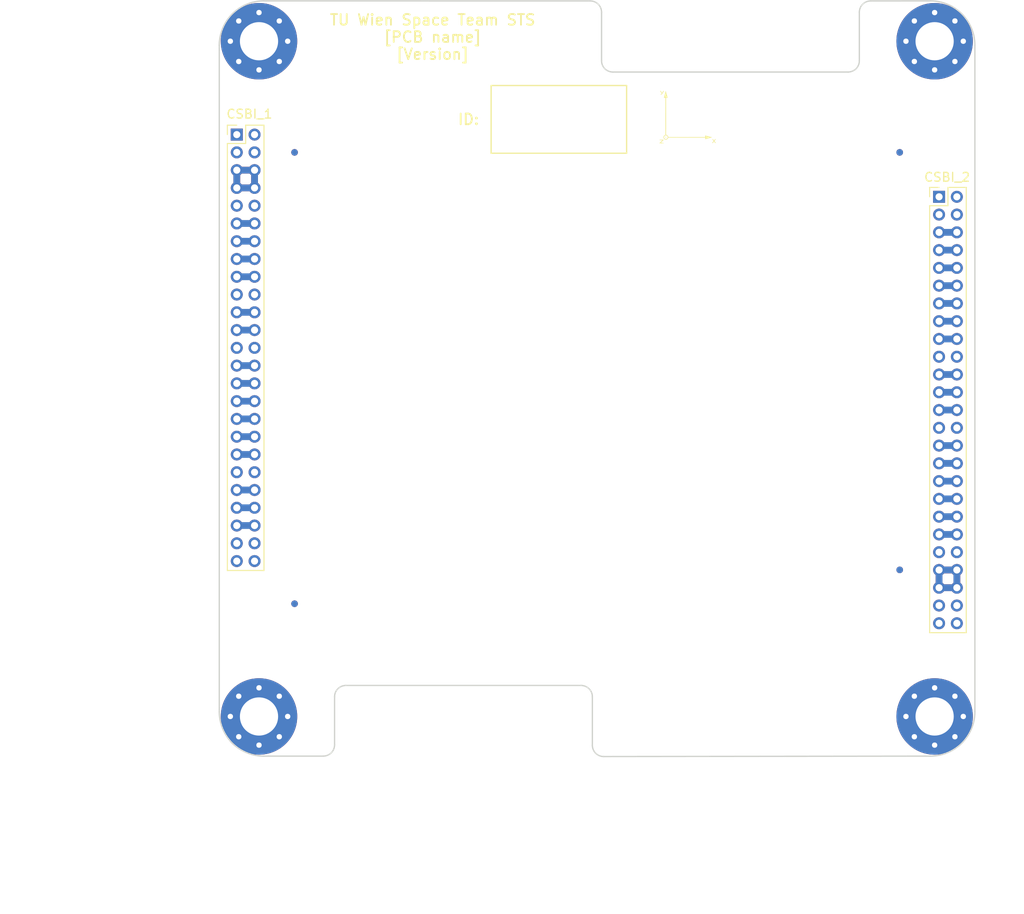
<source format=kicad_pcb>
(kicad_pcb (version 20171130) (host pcbnew "(5.1.10)-1")

  (general
    (thickness 1.6)
    (drawings 32)
    (tracks 47)
    (zones 0)
    (modules 16)
    (nets 34)
  )

  (page A4)
  (layers
    (0 F.Cu signal)
    (1 In1.Cu power)
    (2 In2.Cu mixed)
    (31 B.Cu signal)
    (32 B.Adhes user hide)
    (33 F.Adhes user hide)
    (34 B.Paste user hide)
    (35 F.Paste user hide)
    (36 B.SilkS user)
    (37 F.SilkS user)
    (38 B.Mask user hide)
    (39 F.Mask user hide)
    (40 Dwgs.User user)
    (41 Cmts.User user hide)
    (42 Eco1.User user hide)
    (43 Eco2.User user hide)
    (44 Edge.Cuts user)
    (45 Margin user hide)
    (46 B.CrtYd user)
    (47 F.CrtYd user)
    (48 B.Fab user)
    (49 F.Fab user)
  )

  (setup
    (last_trace_width 0.2032)
    (user_trace_width 0.254)
    (user_trace_width 0.508)
    (user_trace_width 0.762)
    (user_trace_width 1.016)
    (user_trace_width 1.27)
    (trace_clearance 0.1524)
    (zone_clearance 0.254)
    (zone_45_only no)
    (trace_min 0.2)
    (via_size 0.6)
    (via_drill 0.3)
    (via_min_size 0.4)
    (via_min_drill 0.3)
    (uvia_size 0.3)
    (uvia_drill 0.1)
    (uvias_allowed no)
    (uvia_min_size 0.2)
    (uvia_min_drill 0.1)
    (edge_width 0.15)
    (segment_width 0.2)
    (pcb_text_width 0.3)
    (pcb_text_size 1.5 1.5)
    (mod_edge_width 0.15)
    (mod_text_size 1 1)
    (mod_text_width 0.15)
    (pad_size 0.6 0.6)
    (pad_drill 0.3)
    (pad_to_mask_clearance 0.19)
    (solder_mask_min_width 0.25)
    (aux_axis_origin 0 0)
    (grid_origin 123.37 58.85)
    (visible_elements 7FFFDF79)
    (pcbplotparams
      (layerselection 0x21000_00000000)
      (usegerberextensions false)
      (usegerberattributes false)
      (usegerberadvancedattributes false)
      (creategerberjobfile false)
      (excludeedgelayer true)
      (linewidth 0.100000)
      (plotframeref false)
      (viasonmask false)
      (mode 1)
      (useauxorigin false)
      (hpglpennumber 1)
      (hpglpenspeed 20)
      (hpglpendiameter 15.000000)
      (psnegative false)
      (psa4output false)
      (plotreference false)
      (plotvalue false)
      (plotinvisibletext false)
      (padsonsilk false)
      (subtractmaskfromsilk false)
      (outputformat 5)
      (mirror false)
      (drillshape 0)
      (scaleselection 1)
      (outputdirectory "Bestückung/"))
  )

  (net 0 "")
  (net 1 GND)
  (net 2 /STS1_connector/EDU_SPI_6)
  (net 3 /STS1_connector/EDU_SPI_5)
  (net 4 /STS1_connector/EDU_SPI_4)
  (net 5 /STS1_connector/EDU_SPI_3)
  (net 6 /STS1_connector/EDU_SPI_2)
  (net 7 /STS1_connector/EDU_SPI_1)
  (net 8 /STS1_connector/EDU_UPDATE)
  (net 9 /STS1_connector/EDU_EN)
  (net 10 /STS1_connector/UART_COBC_EDU_2)
  (net 11 /STS1_connector/UART_COBC_EDU_1)
  (net 12 /STS1_connector/EDU_Heartbeat)
  (net 13 VBUS)
  (net 14 /STS1_connector/COBC_SPI_6)
  (net 15 /STS1_connector/COBC_SPI_5)
  (net 16 /STS1_connector/COBC_SPI_4)
  (net 17 /STS1_connector/COBC_SPI_3)
  (net 18 /STS1_connector/COBC_SPI_2)
  (net 19 /STS1_connector/COBC_SPI_1)
  (net 20 /STS1_connector/EPS_CHARGING)
  (net 21 /STS1_connector/EPS_ANT_DEPLOYED)
  (net 22 /STS1_connector/EPS_BAT_GOOD)
  (net 23 /STS1_connector/UCI_COBC_3V3)
  (net 24 /STS1_connector/UCI_COBC_UART_2)
  (net 25 /STS1_connector/UCI_COBC_UART_1)
  (net 26 "Net-(CSBI_1-Pad45)")
  (net 27 "Net-(CSBI_1-Pad43)")
  (net 28 "Net-(CSBI_1-Pad41)")
  (net 29 "Net-(CSBI_1-Pad11)")
  (net 30 "Net-(CSBI_2-Pad11)")
  (net 31 "Net-(CSBI_2-Pad10)")
  (net 32 "Net-(CSBI_2-Pad7)")
  (net 33 "Net-(CSBI_2-Pad5)")

  (net_class Default "Dies ist die voreingestellte Netzklasse."
    (clearance 0.1524)
    (trace_width 0.2032)
    (via_dia 0.6)
    (via_drill 0.3)
    (uvia_dia 0.3)
    (uvia_drill 0.1)
    (add_net /STS1_connector/COBC_SPI_1)
    (add_net /STS1_connector/COBC_SPI_2)
    (add_net /STS1_connector/COBC_SPI_3)
    (add_net /STS1_connector/COBC_SPI_4)
    (add_net /STS1_connector/COBC_SPI_5)
    (add_net /STS1_connector/COBC_SPI_6)
    (add_net /STS1_connector/EDU_EN)
    (add_net /STS1_connector/EDU_Heartbeat)
    (add_net /STS1_connector/EDU_SPI_1)
    (add_net /STS1_connector/EDU_SPI_2)
    (add_net /STS1_connector/EDU_SPI_3)
    (add_net /STS1_connector/EDU_SPI_4)
    (add_net /STS1_connector/EDU_SPI_5)
    (add_net /STS1_connector/EDU_SPI_6)
    (add_net /STS1_connector/EDU_UPDATE)
    (add_net /STS1_connector/EPS_ANT_DEPLOYED)
    (add_net /STS1_connector/EPS_BAT_GOOD)
    (add_net /STS1_connector/EPS_CHARGING)
    (add_net /STS1_connector/UART_COBC_EDU_1)
    (add_net /STS1_connector/UART_COBC_EDU_2)
    (add_net /STS1_connector/UCI_COBC_3V3)
    (add_net /STS1_connector/UCI_COBC_UART_1)
    (add_net /STS1_connector/UCI_COBC_UART_2)
    (add_net "Net-(CSBI_1-Pad11)")
    (add_net "Net-(CSBI_1-Pad41)")
    (add_net "Net-(CSBI_1-Pad43)")
    (add_net "Net-(CSBI_1-Pad45)")
    (add_net "Net-(CSBI_2-Pad10)")
    (add_net "Net-(CSBI_2-Pad11)")
    (add_net "Net-(CSBI_2-Pad5)")
    (add_net "Net-(CSBI_2-Pad7)")
    (add_net VBUS)
  )

  (net_class Supply ""
    (clearance 0.1524)
    (trace_width 0.508)
    (via_dia 0.6)
    (via_drill 0.3)
    (uvia_dia 0.3)
    (uvia_drill 0.1)
    (add_net GND)
  )

  (module STS:Coordinates (layer F.Cu) (tedit 0) (tstamp 602F3133)
    (at 167.59854 54.88636)
    (path /602F576D)
    (fp_text reference U1 (at 0 0) (layer F.SilkS) hide
      (effects (font (size 1.524 1.524) (thickness 0.3)))
    )
    (fp_text value coordinate_system (at 0.75 0) (layer F.SilkS) hide
      (effects (font (size 1.524 1.524) (thickness 0.3)))
    )
    (fp_poly (pts (xy -2.734733 2.564178) (xy -2.735214 2.574614) (xy -2.737604 2.584552) (xy -2.743324 2.595612)
      (xy -2.753796 2.60941) (xy -2.770442 2.627565) (xy -2.794683 2.651693) (xy -2.82794 2.683412)
      (xy -2.871635 2.724341) (xy -2.892828 2.744095) (xy -3.050923 2.891367) (xy -2.892828 2.89367)
      (xy -2.734733 2.895974) (xy -2.734733 2.954867) (xy -3.158066 2.954867) (xy -3.158066 2.922222)
      (xy -3.157586 2.911787) (xy -3.155196 2.901849) (xy -3.149476 2.89079) (xy -3.139005 2.876993)
      (xy -3.12236 2.858841) (xy -3.09812 2.834715) (xy -3.064863 2.802998) (xy -3.021169 2.762073)
      (xy -2.99996 2.742306) (xy -2.841853 2.595034) (xy -2.99361 2.5908) (xy -3.145366 2.586567)
      (xy -3.14802 2.55905) (xy -3.150673 2.531534) (xy -2.734733 2.531534) (xy -2.734733 2.564178)) (layer F.SilkS) (width 0.01))
    (fp_poly (pts (xy 2.89959 2.5527) (xy 2.922649 2.581937) (xy 2.941635 2.60546) (xy 2.954312 2.620532)
      (xy 2.958418 2.624667) (xy 2.964265 2.618349) (xy 2.978032 2.601259) (xy 2.997503 2.576191)
      (xy 3.015108 2.553059) (xy 3.069167 2.481451) (xy 3.114172 2.481092) (xy 3.159177 2.480734)
      (xy 3.092138 2.567517) (xy 3.059328 2.609457) (xy 3.035632 2.640509) (xy 3.020837 2.663918)
      (xy 3.014726 2.682927) (xy 3.017087 2.70078) (xy 3.027705 2.720721) (xy 3.046365 2.745995)
      (xy 3.072853 2.779846) (xy 3.077692 2.786128) (xy 3.104875 2.821561) (xy 3.128801 2.852709)
      (xy 3.147373 2.876843) (xy 3.15849 2.891234) (xy 3.160248 2.893484) (xy 3.161463 2.899708)
      (xy 3.150919 2.902924) (xy 3.126178 2.903811) (xy 3.12312 2.9038) (xy 3.077634 2.903532)
      (xy 3.018656 2.82327) (xy 2.995178 2.792123) (xy 2.97511 2.767001) (xy 2.960612 2.750506)
      (xy 2.953896 2.74522) (xy 2.946734 2.75243) (xy 2.931591 2.770375) (xy 2.910724 2.796307)
      (xy 2.887723 2.82575) (xy 2.827333 2.904067) (xy 2.742047 2.904067) (xy 2.758784 2.880784)
      (xy 2.770271 2.865262) (xy 2.789509 2.839753) (xy 2.813905 2.807677) (xy 2.840865 2.772456)
      (xy 2.843387 2.769173) (xy 2.911253 2.680847) (xy 2.842683 2.591373) (xy 2.816562 2.557282)
      (xy 2.79375 2.527494) (xy 2.776444 2.50488) (xy 2.76684 2.492308) (xy 2.766086 2.491317)
      (xy 2.765095 2.484909) (xy 2.776195 2.481628) (xy 2.800727 2.480734) (xy 2.843395 2.480734)
      (xy 2.89959 2.5527)) (layer F.SilkS) (width 0.01))
    (fp_poly (pts (xy -2.474731 -2.94322) (xy -2.471773 -2.934502) (xy -2.464836 -2.911069) (xy -2.454379 -2.874548)
      (xy -2.440856 -2.826566) (xy -2.424726 -2.768751) (xy -2.406442 -2.70273) (xy -2.386463 -2.63013)
      (xy -2.367197 -2.559733) (xy -2.263583 -2.180166) (xy -2.350992 -2.177763) (xy -2.4384 -2.17536)
      (xy -2.4384 1.987782) (xy -2.407044 1.993665) (xy -2.3504 2.012457) (xy -2.298215 2.045116)
      (xy -2.253491 2.088642) (xy -2.21923 2.14003) (xy -2.198432 2.196279) (xy -2.196851 2.203918)
      (xy -2.190982 2.2352) (xy 1.9558 2.2352) (xy 1.9558 2.150534) (xy 1.956391 2.114956)
      (xy 1.957983 2.086688) (xy 1.960308 2.06933) (xy 1.96215 2.065594) (xy 1.973317 2.067533)
      (xy 1.9984 2.073311) (xy 2.035461 2.082413) (xy 2.082562 2.094322) (xy 2.137766 2.108523)
      (xy 2.199136 2.124498) (xy 2.264734 2.141732) (xy 2.332621 2.159709) (xy 2.400862 2.177912)
      (xy 2.467517 2.195826) (xy 2.53065 2.212933) (xy 2.588323 2.228719) (xy 2.638598 2.242666)
      (xy 2.679538 2.254259) (xy 2.709206 2.262981) (xy 2.725662 2.268316) (xy 2.728364 2.269718)
      (xy 2.719123 2.273041) (xy 2.695196 2.280283) (xy 2.658252 2.290975) (xy 2.60996 2.304647)
      (xy 2.551989 2.32083) (xy 2.486008 2.339054) (xy 2.413686 2.358849) (xy 2.353734 2.375136)
      (xy 2.277455 2.39581) (xy 2.206065 2.415199) (xy 2.141254 2.43284) (xy 2.084713 2.448271)
      (xy 2.038134 2.46103) (xy 2.003208 2.470655) (xy 1.981626 2.476683) (xy 1.975155 2.478587)
      (xy 1.970083 2.475368) (xy 1.966422 2.46028) (xy 1.963905 2.431556) (xy 1.962455 2.394739)
      (xy 1.960034 2.307167) (xy -0.115276 2.305033) (xy -2.190585 2.3029) (xy -2.209606 2.355067)
      (xy -2.237521 2.408769) (xy -2.278514 2.456802) (xy -2.328801 2.495061) (xy -2.348293 2.505574)
      (xy -2.386978 2.518817) (xy -2.433912 2.527021) (xy -2.481618 2.529412) (xy -2.522624 2.525218)
      (xy -2.5273 2.524089) (xy -2.588244 2.499466) (xy -2.642423 2.460535) (xy -2.687285 2.409384)
      (xy -2.707098 2.376734) (xy -2.719053 2.351462) (xy -2.72608 2.328075) (xy -2.729416 2.300385)
      (xy -2.729969 2.276381) (xy -2.66446 2.276381) (xy -2.653955 2.326722) (xy -2.630478 2.372963)
      (xy -2.594756 2.41261) (xy -2.547518 2.443169) (xy -2.514655 2.455889) (xy -2.472522 2.462631)
      (xy -2.424515 2.457955) (xy -2.406637 2.453914) (xy -2.369111 2.437633) (xy -2.331704 2.409943)
      (xy -2.29904 2.375343) (xy -2.275744 2.338332) (xy -2.268947 2.319933) (xy -2.261221 2.261749)
      (xy -2.268389 2.206777) (xy -2.288914 2.157261) (xy -2.321259 2.115444) (xy -2.363885 2.083569)
      (xy -2.415256 2.063879) (xy -2.447814 2.058971) (xy -2.502701 2.06088) (xy -2.549601 2.076235)
      (xy -2.591973 2.10645) (xy -2.610878 2.125711) (xy -2.643649 2.173381) (xy -2.661268 2.224436)
      (xy -2.66446 2.276381) (xy -2.729969 2.276381) (xy -2.730297 2.262207) (xy -2.730298 2.2606)
      (xy -2.729059 2.217687) (xy -2.724626 2.185507) (xy -2.716005 2.158002) (xy -2.711901 2.148548)
      (xy -2.684429 2.103833) (xy -2.646376 2.062089) (xy -2.602742 2.028069) (xy -2.56487 2.008728)
      (xy -2.518833 1.991554) (xy -2.5167 -0.08766) (xy -2.514566 -2.166874) (xy -2.681412 -2.1717)
      (xy -2.594273 -2.506133) (xy -2.569204 -2.602337) (xy -2.548057 -2.68343) (xy -2.530483 -2.750688)
      (xy -2.516132 -2.805388) (xy -2.504657 -2.848803) (xy -2.495709 -2.882211) (xy -2.488937 -2.906886)
      (xy -2.483994 -2.924105) (xy -2.480531 -2.935142) (xy -2.478198 -2.941274) (xy -2.476648 -2.943775)
      (xy -2.47553 -2.943923) (xy -2.474731 -2.94322)) (layer F.SilkS) (width 0.01))
    (fp_poly (pts (xy -2.698878 -2.953581) (xy -2.685814 -2.950337) (xy -2.684369 -2.948516) (xy -2.68856 -2.939742)
      (xy -2.700126 -2.918363) (xy -2.717927 -2.886414) (xy -2.740821 -2.845926) (xy -2.767669 -2.798932)
      (xy -2.792319 -2.756129) (xy -2.829244 -2.692641) (xy -2.859399 -2.642386) (xy -2.884286 -2.603821)
      (xy -2.905408 -2.575403) (xy -2.924269 -2.55559) (xy -2.94237 -2.54284) (xy -2.961216 -2.53561)
      (xy -2.982308 -2.532358) (xy -3.00715 -2.531541) (xy -3.011152 -2.531533) (xy -3.040318 -2.531925)
      (xy -3.056422 -2.534116) (xy -3.063331 -2.539628) (xy -3.064915 -2.549984) (xy -3.064933 -2.5527)
      (xy -3.063125 -2.566256) (xy -3.054546 -2.572338) (xy -3.034466 -2.573853) (xy -3.03051 -2.573866)
      (xy -2.996125 -2.577186) (xy -2.971796 -2.589387) (xy -2.951569 -2.613831) (xy -2.947261 -2.620876)
      (xy -2.929257 -2.651389) (xy -2.977151 -2.733278) (xy -3.002338 -2.776322) (xy -3.029853 -2.82332)
      (xy -3.05535 -2.866843) (xy -3.066003 -2.885016) (xy -3.10696 -2.954866) (xy -3.066896 -2.954829)
      (xy -3.026833 -2.954792) (xy -2.960246 -2.835855) (xy -2.937718 -2.795998) (xy -2.91817 -2.76214)
      (xy -2.903025 -2.736687) (xy -2.893706 -2.722044) (xy -2.891432 -2.719476) (xy -2.886739 -2.727353)
      (xy -2.87523 -2.747439) (xy -2.858363 -2.777171) (xy -2.837594 -2.813983) (xy -2.823839 -2.83845)
      (xy -2.758473 -2.954866) (xy -2.721203 -2.954866) (xy -2.698878 -2.953581)) (layer F.SilkS) (width 0.01))
    (fp_poly (pts (xy -2.440779 2.216573) (xy -2.424324 2.233543) (xy -2.417787 2.255687) (xy -2.423511 2.277985)
      (xy -2.4295 2.285567) (xy -2.453769 2.300773) (xy -2.479928 2.299197) (xy -2.491316 2.293789)
      (xy -2.504039 2.278093) (xy -2.506024 2.256388) (xy -2.498996 2.234132) (xy -2.484676 2.216784)
      (xy -2.464813 2.2098) (xy -2.440779 2.216573)) (layer F.SilkS) (width 0.01))
  )

  (module Fiducial:Fiducial_0.75mm_Mask1.5mm (layer B.Cu) (tedit 5C18CB26) (tstamp 6179D1BA)
    (at 123.37 109.65)
    (descr "Circular Fiducial, 0.75mm bare copper, 1.5mm soldermask opening (Level B)")
    (tags fiducial)
    (path /618302DE)
    (attr smd)
    (fp_text reference FID8 (at 0 2) (layer B.Fab) hide
      (effects (font (size 1 1) (thickness 0.15)) (justify mirror))
    )
    (fp_text value Fiducial (at 0 -2) (layer B.Fab)
      (effects (font (size 1 1) (thickness 0.15)) (justify mirror))
    )
    (fp_circle (center 0 0) (end 0.75 0) (layer B.Fab) (width 0.1))
    (fp_circle (center 0 0) (end 1 0) (layer B.CrtYd) (width 0.05))
    (fp_text user %R (at 0 0) (layer B.Fab)
      (effects (font (size 0.3 0.3) (thickness 0.05)) (justify mirror))
    )
    (pad "" smd circle (at 0 0) (size 0.75 0.75) (layers B.Cu B.Mask)
      (solder_mask_margin 0.375) (clearance 0.375))
  )

  (module Fiducial:Fiducial_0.75mm_Mask1.5mm (layer B.Cu) (tedit 5C18CB26) (tstamp 6179D1B2)
    (at 191.442 105.84)
    (descr "Circular Fiducial, 0.75mm bare copper, 1.5mm soldermask opening (Level B)")
    (tags fiducial)
    (path /618302D8)
    (attr smd)
    (fp_text reference FID7 (at 0 2) (layer B.Fab) hide
      (effects (font (size 1 1) (thickness 0.15)) (justify mirror))
    )
    (fp_text value Fiducial (at 0 -2) (layer B.Fab)
      (effects (font (size 1 1) (thickness 0.15)) (justify mirror))
    )
    (fp_circle (center 0 0) (end 0.75 0) (layer B.Fab) (width 0.1))
    (fp_circle (center 0 0) (end 1 0) (layer B.CrtYd) (width 0.05))
    (fp_text user %R (at 0 0) (layer B.Fab)
      (effects (font (size 0.3 0.3) (thickness 0.05)) (justify mirror))
    )
    (pad "" smd circle (at 0 0) (size 0.75 0.75) (layers B.Cu B.Mask)
      (solder_mask_margin 0.375) (clearance 0.375))
  )

  (module Fiducial:Fiducial_0.75mm_Mask1.5mm (layer B.Cu) (tedit 5C18CB26) (tstamp 6179D409)
    (at 191.442 58.85)
    (descr "Circular Fiducial, 0.75mm bare copper, 1.5mm soldermask opening (Level B)")
    (tags fiducial)
    (path /618302D2)
    (attr smd)
    (fp_text reference FID6 (at 0 2) (layer B.Fab) hide
      (effects (font (size 1 1) (thickness 0.15)) (justify mirror))
    )
    (fp_text value Fiducial (at 0 -2) (layer B.Fab)
      (effects (font (size 1 1) (thickness 0.15)) (justify mirror))
    )
    (fp_circle (center 0 0) (end 0.75 0) (layer B.Fab) (width 0.1))
    (fp_circle (center 0 0) (end 1 0) (layer B.CrtYd) (width 0.05))
    (fp_text user %R (at 0 0) (layer B.Fab)
      (effects (font (size 0.3 0.3) (thickness 0.05)) (justify mirror))
    )
    (pad "" smd circle (at 0 0) (size 0.75 0.75) (layers B.Cu B.Mask)
      (solder_mask_margin 0.375) (clearance 0.375))
  )

  (module Fiducial:Fiducial_0.75mm_Mask1.5mm (layer B.Cu) (tedit 5C18CB26) (tstamp 6179D1A2)
    (at 123.37 58.85)
    (descr "Circular Fiducial, 0.75mm bare copper, 1.5mm soldermask opening (Level B)")
    (tags fiducial)
    (path /618302CC)
    (attr smd)
    (fp_text reference FID5 (at 0 2) (layer B.Fab) hide
      (effects (font (size 1 1) (thickness 0.15)) (justify mirror))
    )
    (fp_text value Fiducial (at 0 -2) (layer B.Fab)
      (effects (font (size 1 1) (thickness 0.15)) (justify mirror))
    )
    (fp_circle (center 0 0) (end 0.75 0) (layer B.Fab) (width 0.1))
    (fp_circle (center 0 0) (end 1 0) (layer B.CrtYd) (width 0.05))
    (fp_text user %R (at 0 0) (layer B.Fab)
      (effects (font (size 0.3 0.3) (thickness 0.05)) (justify mirror))
    )
    (pad "" smd circle (at 0 0) (size 0.75 0.75) (layers B.Cu B.Mask)
      (solder_mask_margin 0.375) (clearance 0.375))
  )

  (module Connector_PinHeader_2.00mm:PinHeader_2x25_P2.00mm_Vertical locked (layer F.Cu) (tedit 59FED667) (tstamp 6179AF83)
    (at 195.87 63.85)
    (descr "Through hole straight pin header, 2x25, 2.00mm pitch, double rows")
    (tags "Through hole pin header THT 2x25 2.00mm double row")
    (path /59C45183/617AB6CD)
    (fp_text reference CSBI_2 (at 0.906 -2.206) (layer F.SilkS)
      (effects (font (size 1 1) (thickness 0.15)))
    )
    (fp_text value Conn_02x25_Odd_Even (at 1 50.06) (layer F.Fab)
      (effects (font (size 1 1) (thickness 0.15)))
    )
    (fp_line (start 0 -1) (end 3 -1) (layer F.Fab) (width 0.1))
    (fp_line (start 3 -1) (end 3 49) (layer F.Fab) (width 0.1))
    (fp_line (start 3 49) (end -1 49) (layer F.Fab) (width 0.1))
    (fp_line (start -1 49) (end -1 0) (layer F.Fab) (width 0.1))
    (fp_line (start -1 0) (end 0 -1) (layer F.Fab) (width 0.1))
    (fp_line (start -1.06 49.06) (end 3.06 49.06) (layer F.SilkS) (width 0.12))
    (fp_line (start -1.06 1) (end -1.06 49.06) (layer F.SilkS) (width 0.12))
    (fp_line (start 3.06 -1.06) (end 3.06 49.06) (layer F.SilkS) (width 0.12))
    (fp_line (start -1.06 1) (end 1 1) (layer F.SilkS) (width 0.12))
    (fp_line (start 1 1) (end 1 -1.06) (layer F.SilkS) (width 0.12))
    (fp_line (start 1 -1.06) (end 3.06 -1.06) (layer F.SilkS) (width 0.12))
    (fp_line (start -1.06 0) (end -1.06 -1.06) (layer F.SilkS) (width 0.12))
    (fp_line (start -1.06 -1.06) (end 0 -1.06) (layer F.SilkS) (width 0.12))
    (fp_line (start -1.5 -1.5) (end -1.5 49.5) (layer F.CrtYd) (width 0.05))
    (fp_line (start -1.5 49.5) (end 3.5 49.5) (layer F.CrtYd) (width 0.05))
    (fp_line (start 3.5 49.5) (end 3.5 -1.5) (layer F.CrtYd) (width 0.05))
    (fp_line (start 3.5 -1.5) (end -1.5 -1.5) (layer F.CrtYd) (width 0.05))
    (fp_text user %R (at 1 24 90) (layer F.Fab)
      (effects (font (size 1 1) (thickness 0.15)))
    )
    (pad 50 thru_hole oval (at 2 48) (size 1.35 1.35) (drill 0.8) (layers *.Cu *.Mask)
      (net 1 GND))
    (pad 49 thru_hole oval (at 0 48) (size 1.35 1.35) (drill 0.8) (layers *.Cu *.Mask)
      (net 1 GND))
    (pad 48 thru_hole oval (at 2 46) (size 1.35 1.35) (drill 0.8) (layers *.Cu *.Mask)
      (net 1 GND))
    (pad 47 thru_hole oval (at 0 46) (size 1.35 1.35) (drill 0.8) (layers *.Cu *.Mask)
      (net 1 GND))
    (pad 46 thru_hole oval (at 2 44) (size 1.35 1.35) (drill 0.8) (layers *.Cu *.Mask)
      (net 13 VBUS))
    (pad 45 thru_hole oval (at 0 44) (size 1.35 1.35) (drill 0.8) (layers *.Cu *.Mask)
      (net 13 VBUS))
    (pad 44 thru_hole oval (at 2 42) (size 1.35 1.35) (drill 0.8) (layers *.Cu *.Mask)
      (net 13 VBUS))
    (pad 43 thru_hole oval (at 0 42) (size 1.35 1.35) (drill 0.8) (layers *.Cu *.Mask)
      (net 13 VBUS))
    (pad 42 thru_hole oval (at 2 40) (size 1.35 1.35) (drill 0.8) (layers *.Cu *.Mask)
      (net 1 GND))
    (pad 41 thru_hole oval (at 0 40) (size 1.35 1.35) (drill 0.8) (layers *.Cu *.Mask)
      (net 1 GND))
    (pad 40 thru_hole oval (at 2 38) (size 1.35 1.35) (drill 0.8) (layers *.Cu *.Mask)
      (net 14 /STS1_connector/COBC_SPI_6))
    (pad 39 thru_hole oval (at 0 38) (size 1.35 1.35) (drill 0.8) (layers *.Cu *.Mask)
      (net 14 /STS1_connector/COBC_SPI_6))
    (pad 38 thru_hole oval (at 2 36) (size 1.35 1.35) (drill 0.8) (layers *.Cu *.Mask)
      (net 15 /STS1_connector/COBC_SPI_5))
    (pad 37 thru_hole oval (at 0 36) (size 1.35 1.35) (drill 0.8) (layers *.Cu *.Mask)
      (net 15 /STS1_connector/COBC_SPI_5))
    (pad 36 thru_hole oval (at 2 34) (size 1.35 1.35) (drill 0.8) (layers *.Cu *.Mask)
      (net 16 /STS1_connector/COBC_SPI_4))
    (pad 35 thru_hole oval (at 0 34) (size 1.35 1.35) (drill 0.8) (layers *.Cu *.Mask)
      (net 16 /STS1_connector/COBC_SPI_4))
    (pad 34 thru_hole oval (at 2 32) (size 1.35 1.35) (drill 0.8) (layers *.Cu *.Mask)
      (net 17 /STS1_connector/COBC_SPI_3))
    (pad 33 thru_hole oval (at 0 32) (size 1.35 1.35) (drill 0.8) (layers *.Cu *.Mask)
      (net 17 /STS1_connector/COBC_SPI_3))
    (pad 32 thru_hole oval (at 2 30) (size 1.35 1.35) (drill 0.8) (layers *.Cu *.Mask)
      (net 18 /STS1_connector/COBC_SPI_2))
    (pad 31 thru_hole oval (at 0 30) (size 1.35 1.35) (drill 0.8) (layers *.Cu *.Mask)
      (net 18 /STS1_connector/COBC_SPI_2))
    (pad 30 thru_hole oval (at 2 28) (size 1.35 1.35) (drill 0.8) (layers *.Cu *.Mask)
      (net 19 /STS1_connector/COBC_SPI_1))
    (pad 29 thru_hole oval (at 0 28) (size 1.35 1.35) (drill 0.8) (layers *.Cu *.Mask)
      (net 19 /STS1_connector/COBC_SPI_1))
    (pad 28 thru_hole oval (at 2 26) (size 1.35 1.35) (drill 0.8) (layers *.Cu *.Mask)
      (net 1 GND))
    (pad 27 thru_hole oval (at 0 26) (size 1.35 1.35) (drill 0.8) (layers *.Cu *.Mask)
      (net 1 GND))
    (pad 26 thru_hole oval (at 2 24) (size 1.35 1.35) (drill 0.8) (layers *.Cu *.Mask)
      (net 20 /STS1_connector/EPS_CHARGING))
    (pad 25 thru_hole oval (at 0 24) (size 1.35 1.35) (drill 0.8) (layers *.Cu *.Mask)
      (net 20 /STS1_connector/EPS_CHARGING))
    (pad 24 thru_hole oval (at 2 22) (size 1.35 1.35) (drill 0.8) (layers *.Cu *.Mask)
      (net 21 /STS1_connector/EPS_ANT_DEPLOYED))
    (pad 23 thru_hole oval (at 0 22) (size 1.35 1.35) (drill 0.8) (layers *.Cu *.Mask)
      (net 21 /STS1_connector/EPS_ANT_DEPLOYED))
    (pad 22 thru_hole oval (at 2 20) (size 1.35 1.35) (drill 0.8) (layers *.Cu *.Mask)
      (net 22 /STS1_connector/EPS_BAT_GOOD))
    (pad 21 thru_hole oval (at 0 20) (size 1.35 1.35) (drill 0.8) (layers *.Cu *.Mask)
      (net 22 /STS1_connector/EPS_BAT_GOOD))
    (pad 20 thru_hole oval (at 2 18) (size 1.35 1.35) (drill 0.8) (layers *.Cu *.Mask)
      (net 1 GND))
    (pad 19 thru_hole oval (at 0 18) (size 1.35 1.35) (drill 0.8) (layers *.Cu *.Mask)
      (net 1 GND))
    (pad 18 thru_hole oval (at 2 16) (size 1.35 1.35) (drill 0.8) (layers *.Cu *.Mask)
      (net 23 /STS1_connector/UCI_COBC_3V3))
    (pad 17 thru_hole oval (at 0 16) (size 1.35 1.35) (drill 0.8) (layers *.Cu *.Mask)
      (net 23 /STS1_connector/UCI_COBC_3V3))
    (pad 16 thru_hole oval (at 2 14) (size 1.35 1.35) (drill 0.8) (layers *.Cu *.Mask)
      (net 24 /STS1_connector/UCI_COBC_UART_2))
    (pad 15 thru_hole oval (at 0 14) (size 1.35 1.35) (drill 0.8) (layers *.Cu *.Mask)
      (net 24 /STS1_connector/UCI_COBC_UART_2))
    (pad 14 thru_hole oval (at 2 12) (size 1.35 1.35) (drill 0.8) (layers *.Cu *.Mask)
      (net 25 /STS1_connector/UCI_COBC_UART_1))
    (pad 13 thru_hole oval (at 0 12) (size 1.35 1.35) (drill 0.8) (layers *.Cu *.Mask)
      (net 25 /STS1_connector/UCI_COBC_UART_1))
    (pad 12 thru_hole oval (at 2 10) (size 1.35 1.35) (drill 0.8) (layers *.Cu *.Mask)
      (net 30 "Net-(CSBI_2-Pad11)"))
    (pad 11 thru_hole oval (at 0 10) (size 1.35 1.35) (drill 0.8) (layers *.Cu *.Mask)
      (net 30 "Net-(CSBI_2-Pad11)"))
    (pad 10 thru_hole oval (at 2 8) (size 1.35 1.35) (drill 0.8) (layers *.Cu *.Mask)
      (net 31 "Net-(CSBI_2-Pad10)"))
    (pad 9 thru_hole oval (at 0 8) (size 1.35 1.35) (drill 0.8) (layers *.Cu *.Mask)
      (net 31 "Net-(CSBI_2-Pad10)"))
    (pad 8 thru_hole oval (at 2 6) (size 1.35 1.35) (drill 0.8) (layers *.Cu *.Mask)
      (net 32 "Net-(CSBI_2-Pad7)"))
    (pad 7 thru_hole oval (at 0 6) (size 1.35 1.35) (drill 0.8) (layers *.Cu *.Mask)
      (net 32 "Net-(CSBI_2-Pad7)"))
    (pad 6 thru_hole oval (at 2 4) (size 1.35 1.35) (drill 0.8) (layers *.Cu *.Mask)
      (net 33 "Net-(CSBI_2-Pad5)"))
    (pad 5 thru_hole oval (at 0 4) (size 1.35 1.35) (drill 0.8) (layers *.Cu *.Mask)
      (net 33 "Net-(CSBI_2-Pad5)"))
    (pad 4 thru_hole oval (at 2 2) (size 1.35 1.35) (drill 0.8) (layers *.Cu *.Mask)
      (net 1 GND))
    (pad 3 thru_hole oval (at 0 2) (size 1.35 1.35) (drill 0.8) (layers *.Cu *.Mask)
      (net 1 GND))
    (pad 2 thru_hole oval (at 2 0) (size 1.35 1.35) (drill 0.8) (layers *.Cu *.Mask)
      (net 1 GND))
    (pad 1 thru_hole rect (at 0 0) (size 1.35 1.35) (drill 0.8) (layers *.Cu *.Mask)
      (net 1 GND))
    (model ${KISYS3DMOD}/Connector_PinHeader_2.00mm.3dshapes/PinHeader_2x25_P2.00mm_Vertical.wrl
      (at (xyz 0 0 0))
      (scale (xyz 1 1 1))
      (rotate (xyz 0 0 0))
    )
  )

  (module Connector_PinHeader_2.00mm:PinHeader_2x25_P2.00mm_Vertical locked (layer F.Cu) (tedit 59FED667) (tstamp 6179C6AD)
    (at 116.87 56.85)
    (descr "Through hole straight pin header, 2x25, 2.00mm pitch, double rows")
    (tags "Through hole pin header THT 2x25 2.00mm double row")
    (path /59C45183/6179B797)
    (fp_text reference CSBI_1 (at 1.42 -2.318) (layer F.SilkS)
      (effects (font (size 1 1) (thickness 0.15)))
    )
    (fp_text value Conn_02x25_Odd_Even (at 1 50.06) (layer F.Fab)
      (effects (font (size 1 1) (thickness 0.15)))
    )
    (fp_line (start 0 -1) (end 3 -1) (layer F.Fab) (width 0.1))
    (fp_line (start 3 -1) (end 3 49) (layer F.Fab) (width 0.1))
    (fp_line (start 3 49) (end -1 49) (layer F.Fab) (width 0.1))
    (fp_line (start -1 49) (end -1 0) (layer F.Fab) (width 0.1))
    (fp_line (start -1 0) (end 0 -1) (layer F.Fab) (width 0.1))
    (fp_line (start -1.06 49.06) (end 3.06 49.06) (layer F.SilkS) (width 0.12))
    (fp_line (start -1.06 1) (end -1.06 49.06) (layer F.SilkS) (width 0.12))
    (fp_line (start 3.06 -1.06) (end 3.06 49.06) (layer F.SilkS) (width 0.12))
    (fp_line (start -1.06 1) (end 1 1) (layer F.SilkS) (width 0.12))
    (fp_line (start 1 1) (end 1 -1.06) (layer F.SilkS) (width 0.12))
    (fp_line (start 1 -1.06) (end 3.06 -1.06) (layer F.SilkS) (width 0.12))
    (fp_line (start -1.06 0) (end -1.06 -1.06) (layer F.SilkS) (width 0.12))
    (fp_line (start -1.06 -1.06) (end 0 -1.06) (layer F.SilkS) (width 0.12))
    (fp_line (start -1.5 -1.5) (end -1.5 49.5) (layer F.CrtYd) (width 0.05))
    (fp_line (start -1.5 49.5) (end 3.5 49.5) (layer F.CrtYd) (width 0.05))
    (fp_line (start 3.5 49.5) (end 3.5 -1.5) (layer F.CrtYd) (width 0.05))
    (fp_line (start 3.5 -1.5) (end -1.5 -1.5) (layer F.CrtYd) (width 0.05))
    (fp_text user %R (at 1 24 90) (layer F.Fab)
      (effects (font (size 1 1) (thickness 0.15)))
    )
    (pad 50 thru_hole oval (at 2 48) (size 1.35 1.35) (drill 0.8) (layers *.Cu *.Mask)
      (net 1 GND))
    (pad 49 thru_hole oval (at 0 48) (size 1.35 1.35) (drill 0.8) (layers *.Cu *.Mask)
      (net 1 GND))
    (pad 48 thru_hole oval (at 2 46) (size 1.35 1.35) (drill 0.8) (layers *.Cu *.Mask)
      (net 1 GND))
    (pad 47 thru_hole oval (at 0 46) (size 1.35 1.35) (drill 0.8) (layers *.Cu *.Mask)
      (net 1 GND))
    (pad 46 thru_hole oval (at 2 44) (size 1.35 1.35) (drill 0.8) (layers *.Cu *.Mask)
      (net 26 "Net-(CSBI_1-Pad45)"))
    (pad 45 thru_hole oval (at 0 44) (size 1.35 1.35) (drill 0.8) (layers *.Cu *.Mask)
      (net 26 "Net-(CSBI_1-Pad45)"))
    (pad 44 thru_hole oval (at 2 42) (size 1.35 1.35) (drill 0.8) (layers *.Cu *.Mask)
      (net 27 "Net-(CSBI_1-Pad43)"))
    (pad 43 thru_hole oval (at 0 42) (size 1.35 1.35) (drill 0.8) (layers *.Cu *.Mask)
      (net 27 "Net-(CSBI_1-Pad43)"))
    (pad 42 thru_hole oval (at 2 40) (size 1.35 1.35) (drill 0.8) (layers *.Cu *.Mask)
      (net 28 "Net-(CSBI_1-Pad41)"))
    (pad 41 thru_hole oval (at 0 40) (size 1.35 1.35) (drill 0.8) (layers *.Cu *.Mask)
      (net 28 "Net-(CSBI_1-Pad41)"))
    (pad 40 thru_hole oval (at 2 38) (size 1.35 1.35) (drill 0.8) (layers *.Cu *.Mask)
      (net 1 GND))
    (pad 39 thru_hole oval (at 0 38) (size 1.35 1.35) (drill 0.8) (layers *.Cu *.Mask)
      (net 1 GND))
    (pad 38 thru_hole oval (at 2 36) (size 1.35 1.35) (drill 0.8) (layers *.Cu *.Mask)
      (net 2 /STS1_connector/EDU_SPI_6))
    (pad 37 thru_hole oval (at 0 36) (size 1.35 1.35) (drill 0.8) (layers *.Cu *.Mask)
      (net 2 /STS1_connector/EDU_SPI_6))
    (pad 36 thru_hole oval (at 2 34) (size 1.35 1.35) (drill 0.8) (layers *.Cu *.Mask)
      (net 3 /STS1_connector/EDU_SPI_5))
    (pad 35 thru_hole oval (at 0 34) (size 1.35 1.35) (drill 0.8) (layers *.Cu *.Mask)
      (net 3 /STS1_connector/EDU_SPI_5))
    (pad 34 thru_hole oval (at 2 32) (size 1.35 1.35) (drill 0.8) (layers *.Cu *.Mask)
      (net 4 /STS1_connector/EDU_SPI_4))
    (pad 33 thru_hole oval (at 0 32) (size 1.35 1.35) (drill 0.8) (layers *.Cu *.Mask)
      (net 4 /STS1_connector/EDU_SPI_4))
    (pad 32 thru_hole oval (at 2 30) (size 1.35 1.35) (drill 0.8) (layers *.Cu *.Mask)
      (net 5 /STS1_connector/EDU_SPI_3))
    (pad 31 thru_hole oval (at 0 30) (size 1.35 1.35) (drill 0.8) (layers *.Cu *.Mask)
      (net 5 /STS1_connector/EDU_SPI_3))
    (pad 30 thru_hole oval (at 2 28) (size 1.35 1.35) (drill 0.8) (layers *.Cu *.Mask)
      (net 6 /STS1_connector/EDU_SPI_2))
    (pad 29 thru_hole oval (at 0 28) (size 1.35 1.35) (drill 0.8) (layers *.Cu *.Mask)
      (net 6 /STS1_connector/EDU_SPI_2))
    (pad 28 thru_hole oval (at 2 26) (size 1.35 1.35) (drill 0.8) (layers *.Cu *.Mask)
      (net 7 /STS1_connector/EDU_SPI_1))
    (pad 27 thru_hole oval (at 0 26) (size 1.35 1.35) (drill 0.8) (layers *.Cu *.Mask)
      (net 7 /STS1_connector/EDU_SPI_1))
    (pad 26 thru_hole oval (at 2 24) (size 1.35 1.35) (drill 0.8) (layers *.Cu *.Mask)
      (net 1 GND))
    (pad 25 thru_hole oval (at 0 24) (size 1.35 1.35) (drill 0.8) (layers *.Cu *.Mask)
      (net 1 GND))
    (pad 24 thru_hole oval (at 2 22) (size 1.35 1.35) (drill 0.8) (layers *.Cu *.Mask)
      (net 8 /STS1_connector/EDU_UPDATE))
    (pad 23 thru_hole oval (at 0 22) (size 1.35 1.35) (drill 0.8) (layers *.Cu *.Mask)
      (net 8 /STS1_connector/EDU_UPDATE))
    (pad 22 thru_hole oval (at 2 20) (size 1.35 1.35) (drill 0.8) (layers *.Cu *.Mask)
      (net 9 /STS1_connector/EDU_EN))
    (pad 21 thru_hole oval (at 0 20) (size 1.35 1.35) (drill 0.8) (layers *.Cu *.Mask)
      (net 9 /STS1_connector/EDU_EN))
    (pad 20 thru_hole oval (at 2 18) (size 1.35 1.35) (drill 0.8) (layers *.Cu *.Mask)
      (net 1 GND))
    (pad 19 thru_hole oval (at 0 18) (size 1.35 1.35) (drill 0.8) (layers *.Cu *.Mask)
      (net 1 GND))
    (pad 18 thru_hole oval (at 2 16) (size 1.35 1.35) (drill 0.8) (layers *.Cu *.Mask)
      (net 10 /STS1_connector/UART_COBC_EDU_2))
    (pad 17 thru_hole oval (at 0 16) (size 1.35 1.35) (drill 0.8) (layers *.Cu *.Mask)
      (net 10 /STS1_connector/UART_COBC_EDU_2))
    (pad 16 thru_hole oval (at 2 14) (size 1.35 1.35) (drill 0.8) (layers *.Cu *.Mask)
      (net 11 /STS1_connector/UART_COBC_EDU_1))
    (pad 15 thru_hole oval (at 0 14) (size 1.35 1.35) (drill 0.8) (layers *.Cu *.Mask)
      (net 11 /STS1_connector/UART_COBC_EDU_1))
    (pad 14 thru_hole oval (at 2 12) (size 1.35 1.35) (drill 0.8) (layers *.Cu *.Mask)
      (net 12 /STS1_connector/EDU_Heartbeat))
    (pad 13 thru_hole oval (at 0 12) (size 1.35 1.35) (drill 0.8) (layers *.Cu *.Mask)
      (net 12 /STS1_connector/EDU_Heartbeat))
    (pad 12 thru_hole oval (at 2 10) (size 1.35 1.35) (drill 0.8) (layers *.Cu *.Mask)
      (net 29 "Net-(CSBI_1-Pad11)"))
    (pad 11 thru_hole oval (at 0 10) (size 1.35 1.35) (drill 0.8) (layers *.Cu *.Mask)
      (net 29 "Net-(CSBI_1-Pad11)"))
    (pad 10 thru_hole oval (at 2 8) (size 1.35 1.35) (drill 0.8) (layers *.Cu *.Mask)
      (net 1 GND))
    (pad 9 thru_hole oval (at 0 8) (size 1.35 1.35) (drill 0.8) (layers *.Cu *.Mask)
      (net 1 GND))
    (pad 8 thru_hole oval (at 2 6) (size 1.35 1.35) (drill 0.8) (layers *.Cu *.Mask)
      (net 13 VBUS))
    (pad 7 thru_hole oval (at 0 6) (size 1.35 1.35) (drill 0.8) (layers *.Cu *.Mask)
      (net 13 VBUS))
    (pad 6 thru_hole oval (at 2 4) (size 1.35 1.35) (drill 0.8) (layers *.Cu *.Mask)
      (net 13 VBUS))
    (pad 5 thru_hole oval (at 0 4) (size 1.35 1.35) (drill 0.8) (layers *.Cu *.Mask)
      (net 13 VBUS))
    (pad 4 thru_hole oval (at 2 2) (size 1.35 1.35) (drill 0.8) (layers *.Cu *.Mask)
      (net 1 GND))
    (pad 3 thru_hole oval (at 0 2) (size 1.35 1.35) (drill 0.8) (layers *.Cu *.Mask)
      (net 1 GND))
    (pad 2 thru_hole oval (at 2 0) (size 1.35 1.35) (drill 0.8) (layers *.Cu *.Mask)
      (net 1 GND))
    (pad 1 thru_hole rect (at 0 0) (size 1.35 1.35) (drill 0.8) (layers *.Cu *.Mask)
      (net 1 GND))
    (model ${KISYS3DMOD}/Connector_PinHeader_2.00mm.3dshapes/PinHeader_2x25_P2.00mm_Vertical.wrl
      (at (xyz 0 0 0))
      (scale (xyz 1 1 1))
      (rotate (xyz 0 0 0))
    )
  )

  (module MountingHole:MountingHole_4.3mm_M4_Pad_Via locked (layer F.Cu) (tedit 56DDBFD7) (tstamp 602E94DB)
    (at 195.37 122.34)
    (descr "Mounting Hole 4.3mm, M4")
    (tags "mounting hole 4.3mm m4")
    (path /602E5E41)
    (attr virtual)
    (fp_text reference H4 (at 0 -5.3) (layer F.Fab) hide
      (effects (font (size 1 1) (thickness 0.15)))
    )
    (fp_text value MountingHole_Pad (at 0 5.3) (layer F.Fab) hide
      (effects (font (size 1 1) (thickness 0.15)))
    )
    (fp_circle (center 0 0) (end 4.55 0) (layer F.CrtYd) (width 0.05))
    (fp_circle (center 0 0) (end 4.3 0) (layer Cmts.User) (width 0.15))
    (fp_text user %R (at 0.3 0) (layer F.Fab)
      (effects (font (size 1 1) (thickness 0.15)))
    )
    (pad 1 thru_hole circle (at 2.280419 -2.280419) (size 0.9 0.9) (drill 0.6) (layers *.Cu *.Mask)
      (net 1 GND))
    (pad 1 thru_hole circle (at 0 -3.225) (size 0.9 0.9) (drill 0.6) (layers *.Cu *.Mask)
      (net 1 GND))
    (pad 1 thru_hole circle (at -2.280419 -2.280419) (size 0.9 0.9) (drill 0.6) (layers *.Cu *.Mask)
      (net 1 GND))
    (pad 1 thru_hole circle (at -3.225 0) (size 0.9 0.9) (drill 0.6) (layers *.Cu *.Mask)
      (net 1 GND))
    (pad 1 thru_hole circle (at -2.280419 2.280419) (size 0.9 0.9) (drill 0.6) (layers *.Cu *.Mask)
      (net 1 GND))
    (pad 1 thru_hole circle (at 0 3.225) (size 0.9 0.9) (drill 0.6) (layers *.Cu *.Mask)
      (net 1 GND))
    (pad 1 thru_hole circle (at 2.280419 2.280419) (size 0.9 0.9) (drill 0.6) (layers *.Cu *.Mask)
      (net 1 GND))
    (pad 1 thru_hole circle (at 3.225 0) (size 0.9 0.9) (drill 0.6) (layers *.Cu *.Mask)
      (net 1 GND))
    (pad 1 thru_hole circle (at 0 0) (size 8.6 8.6) (drill 4.3) (layers *.Cu *.Mask)
      (net 1 GND))
  )

  (module MountingHole:MountingHole_4.3mm_M4_Pad_Via locked (layer F.Cu) (tedit 56DDBFD7) (tstamp 602E94CB)
    (at 119.37 122.34)
    (descr "Mounting Hole 4.3mm, M4")
    (tags "mounting hole 4.3mm m4")
    (path /602E5AE8)
    (attr virtual)
    (fp_text reference H3 (at 0 -5.3) (layer F.Fab) hide
      (effects (font (size 1 1) (thickness 0.15)))
    )
    (fp_text value MountingHole_Pad (at 0 5.3) (layer F.Fab) hide
      (effects (font (size 1 1) (thickness 0.15)))
    )
    (fp_circle (center 0 0) (end 4.55 0) (layer F.CrtYd) (width 0.05))
    (fp_circle (center 0 0) (end 4.3 0) (layer Cmts.User) (width 0.15))
    (fp_text user %R (at 0.3 0) (layer F.Fab)
      (effects (font (size 1 1) (thickness 0.15)))
    )
    (pad 1 thru_hole circle (at 2.280419 -2.280419) (size 0.9 0.9) (drill 0.6) (layers *.Cu *.Mask)
      (net 1 GND))
    (pad 1 thru_hole circle (at 0 -3.225) (size 0.9 0.9) (drill 0.6) (layers *.Cu *.Mask)
      (net 1 GND))
    (pad 1 thru_hole circle (at -2.280419 -2.280419) (size 0.9 0.9) (drill 0.6) (layers *.Cu *.Mask)
      (net 1 GND))
    (pad 1 thru_hole circle (at -3.225 0) (size 0.9 0.9) (drill 0.6) (layers *.Cu *.Mask)
      (net 1 GND))
    (pad 1 thru_hole circle (at -2.280419 2.280419) (size 0.9 0.9) (drill 0.6) (layers *.Cu *.Mask)
      (net 1 GND))
    (pad 1 thru_hole circle (at 0 3.225) (size 0.9 0.9) (drill 0.6) (layers *.Cu *.Mask)
      (net 1 GND))
    (pad 1 thru_hole circle (at 2.280419 2.280419) (size 0.9 0.9) (drill 0.6) (layers *.Cu *.Mask)
      (net 1 GND))
    (pad 1 thru_hole circle (at 3.225 0) (size 0.9 0.9) (drill 0.6) (layers *.Cu *.Mask)
      (net 1 GND))
    (pad 1 thru_hole circle (at 0 0) (size 8.6 8.6) (drill 4.3) (layers *.Cu *.Mask)
      (net 1 GND))
  )

  (module MountingHole:MountingHole_4.3mm_M4_Pad_Via locked (layer F.Cu) (tedit 56DDBFD7) (tstamp 602E94BB)
    (at 195.37 46.34)
    (descr "Mounting Hole 4.3mm, M4")
    (tags "mounting hole 4.3mm m4")
    (path /602E5764)
    (attr virtual)
    (fp_text reference H2 (at 0 -5.3) (layer F.Fab) hide
      (effects (font (size 1 1) (thickness 0.15)))
    )
    (fp_text value MountingHole_Pad (at 0 5.3) (layer F.Fab) hide
      (effects (font (size 1 1) (thickness 0.15)))
    )
    (fp_circle (center 0 0) (end 4.55 0) (layer F.CrtYd) (width 0.05))
    (fp_circle (center 0 0) (end 4.3 0) (layer Cmts.User) (width 0.15))
    (fp_text user %R (at 0.3 0) (layer F.Fab)
      (effects (font (size 1 1) (thickness 0.15)))
    )
    (pad 1 thru_hole circle (at 2.280419 -2.280419) (size 0.9 0.9) (drill 0.6) (layers *.Cu *.Mask)
      (net 1 GND))
    (pad 1 thru_hole circle (at 0 -3.225) (size 0.9 0.9) (drill 0.6) (layers *.Cu *.Mask)
      (net 1 GND))
    (pad 1 thru_hole circle (at -2.280419 -2.280419) (size 0.9 0.9) (drill 0.6) (layers *.Cu *.Mask)
      (net 1 GND))
    (pad 1 thru_hole circle (at -3.225 0) (size 0.9 0.9) (drill 0.6) (layers *.Cu *.Mask)
      (net 1 GND))
    (pad 1 thru_hole circle (at -2.280419 2.280419) (size 0.9 0.9) (drill 0.6) (layers *.Cu *.Mask)
      (net 1 GND))
    (pad 1 thru_hole circle (at 0 3.225) (size 0.9 0.9) (drill 0.6) (layers *.Cu *.Mask)
      (net 1 GND))
    (pad 1 thru_hole circle (at 2.280419 2.280419) (size 0.9 0.9) (drill 0.6) (layers *.Cu *.Mask)
      (net 1 GND))
    (pad 1 thru_hole circle (at 3.225 0) (size 0.9 0.9) (drill 0.6) (layers *.Cu *.Mask)
      (net 1 GND))
    (pad 1 thru_hole circle (at 0 0) (size 8.6 8.6) (drill 4.3) (layers *.Cu *.Mask)
      (net 1 GND))
  )

  (module MountingHole:MountingHole_4.3mm_M4_Pad_Via locked (layer F.Cu) (tedit 56DDBFD7) (tstamp 602E94AB)
    (at 119.37 46.34)
    (descr "Mounting Hole 4.3mm, M4")
    (tags "mounting hole 4.3mm m4")
    (path /602E546E)
    (attr virtual)
    (fp_text reference H1 (at 0 -5.3) (layer F.Fab) hide
      (effects (font (size 1 1) (thickness 0.15)))
    )
    (fp_text value MountingHole_Pad (at 0 5.3) (layer F.Fab) hide
      (effects (font (size 1 1) (thickness 0.15)))
    )
    (fp_circle (center 0 0) (end 4.55 0) (layer F.CrtYd) (width 0.05))
    (fp_circle (center 0 0) (end 4.3 0) (layer Cmts.User) (width 0.15))
    (fp_text user %R (at 0.3 0) (layer F.Fab)
      (effects (font (size 1 1) (thickness 0.15)))
    )
    (pad 1 thru_hole circle (at 2.280419 -2.280419) (size 0.9 0.9) (drill 0.6) (layers *.Cu *.Mask)
      (net 1 GND))
    (pad 1 thru_hole circle (at 0 -3.225) (size 0.9 0.9) (drill 0.6) (layers *.Cu *.Mask)
      (net 1 GND))
    (pad 1 thru_hole circle (at -2.280419 -2.280419) (size 0.9 0.9) (drill 0.6) (layers *.Cu *.Mask)
      (net 1 GND))
    (pad 1 thru_hole circle (at -3.225 0) (size 0.9 0.9) (drill 0.6) (layers *.Cu *.Mask)
      (net 1 GND))
    (pad 1 thru_hole circle (at -2.280419 2.280419) (size 0.9 0.9) (drill 0.6) (layers *.Cu *.Mask)
      (net 1 GND))
    (pad 1 thru_hole circle (at 0 3.225) (size 0.9 0.9) (drill 0.6) (layers *.Cu *.Mask)
      (net 1 GND))
    (pad 1 thru_hole circle (at 2.280419 2.280419) (size 0.9 0.9) (drill 0.6) (layers *.Cu *.Mask)
      (net 1 GND))
    (pad 1 thru_hole circle (at 3.225 0) (size 0.9 0.9) (drill 0.6) (layers *.Cu *.Mask)
      (net 1 GND))
    (pad 1 thru_hole circle (at 0 0) (size 8.6 8.6) (drill 4.3) (layers *.Cu *.Mask)
      (net 1 GND))
  )

  (module Fiducial:Fiducial_0.75mm_Mask1.5mm (layer F.Cu) (tedit 5C18CB26) (tstamp 602E949B)
    (at 123.37 58.85)
    (descr "Circular Fiducial, 0.75mm bare copper, 1.5mm soldermask opening (Level B)")
    (tags fiducial)
    (path /602E5011)
    (attr smd)
    (fp_text reference FID4 (at 0 -2) (layer F.Fab) hide
      (effects (font (size 1 1) (thickness 0.15)))
    )
    (fp_text value Fiducial (at 0 2) (layer F.Fab)
      (effects (font (size 1 1) (thickness 0.15)))
    )
    (fp_circle (center 0 0) (end 1 0) (layer F.CrtYd) (width 0.05))
    (fp_circle (center 0 0) (end 0.75 0) (layer F.Fab) (width 0.1))
    (fp_text user %R (at 0 0) (layer F.Fab)
      (effects (font (size 0.3 0.3) (thickness 0.05)))
    )
    (pad "" smd circle (at 0 0) (size 0.75 0.75) (layers F.Cu F.Mask)
      (solder_mask_margin 0.375) (clearance 0.375))
  )

  (module Fiducial:Fiducial_0.75mm_Mask1.5mm (layer F.Cu) (tedit 5C18CB26) (tstamp 602E9493)
    (at 191.442 105.84)
    (descr "Circular Fiducial, 0.75mm bare copper, 1.5mm soldermask opening (Level B)")
    (tags fiducial)
    (path /602E4F2B)
    (attr smd)
    (fp_text reference FID3 (at 0 -2) (layer F.Fab) hide
      (effects (font (size 1 1) (thickness 0.15)))
    )
    (fp_text value Fiducial (at 0 2) (layer F.Fab)
      (effects (font (size 1 1) (thickness 0.15)))
    )
    (fp_circle (center 0 0) (end 1 0) (layer F.CrtYd) (width 0.05))
    (fp_circle (center 0 0) (end 0.75 0) (layer F.Fab) (width 0.1))
    (fp_text user %R (at 0 0) (layer F.Fab)
      (effects (font (size 0.3 0.3) (thickness 0.05)))
    )
    (pad "" smd circle (at 0 0) (size 0.75 0.75) (layers F.Cu F.Mask)
      (solder_mask_margin 0.375) (clearance 0.375))
  )

  (module Fiducial:Fiducial_0.75mm_Mask1.5mm (layer F.Cu) (tedit 5C18CB26) (tstamp 602E948B)
    (at 191.442 58.85)
    (descr "Circular Fiducial, 0.75mm bare copper, 1.5mm soldermask opening (Level B)")
    (tags fiducial)
    (path /602E4CE1)
    (attr smd)
    (fp_text reference FID2 (at 0 -2) (layer F.Fab) hide
      (effects (font (size 1 1) (thickness 0.15)))
    )
    (fp_text value Fiducial (at 0 2) (layer F.Fab)
      (effects (font (size 1 1) (thickness 0.15)))
    )
    (fp_circle (center 0 0) (end 1 0) (layer F.CrtYd) (width 0.05))
    (fp_circle (center 0 0) (end 0.75 0) (layer F.Fab) (width 0.1))
    (fp_text user %R (at 0 0) (layer F.Fab)
      (effects (font (size 0.3 0.3) (thickness 0.05)))
    )
    (pad "" smd circle (at 0 0) (size 0.75 0.75) (layers F.Cu F.Mask)
      (solder_mask_margin 0.375) (clearance 0.375))
  )

  (module Fiducial:Fiducial_0.75mm_Mask1.5mm (layer F.Cu) (tedit 5C18CB26) (tstamp 602FE57B)
    (at 123.37 109.65)
    (descr "Circular Fiducial, 0.75mm bare copper, 1.5mm soldermask opening (Level B)")
    (tags fiducial)
    (path /602E47B3)
    (attr smd)
    (fp_text reference FID1 (at 0 -2) (layer F.Fab) hide
      (effects (font (size 1 1) (thickness 0.15)))
    )
    (fp_text value Fiducial (at 0 2) (layer F.Fab)
      (effects (font (size 1 1) (thickness 0.15)))
    )
    (fp_circle (center 0 0) (end 1 0) (layer F.CrtYd) (width 0.05))
    (fp_circle (center 0 0) (end 0.75 0) (layer F.Fab) (width 0.1))
    (fp_text user %R (at 0 0) (layer F.Fab)
      (effects (font (size 0.3 0.3) (thickness 0.05)))
    )
    (pad "" smd circle (at 0 0) (size 0.75 0.75) (layers F.Cu F.Mask)
      (solder_mask_margin 0.375) (clearance 0.375))
  )

  (module Mounting_Holes:MountingHole_3.2mm_M3 locked (layer F.Cu) (tedit 5A385782) (tstamp 59FF6A13)
    (at 195.37 46.34)
    (descr "Mounting Hole 3.2mm, no annular, M3")
    (tags "mounting hole 3.2mm no annular m3")
    (attr virtual)
    (fp_text reference REF** (at 0 -4.2) (layer F.Fab) hide
      (effects (font (size 1 1) (thickness 0.15)))
    )
    (fp_text value MountingHole_3.2mm_M3 (at 0 4.2) (layer F.Fab) hide
      (effects (font (size 1 1) (thickness 0.15)))
    )
    (fp_circle (center 0 0) (end 3.2 0) (layer Cmts.User) (width 0.15))
    (fp_circle (center 0 0) (end 3.45 0) (layer F.CrtYd) (width 0.05))
    (fp_text user %R (at 0.3 0) (layer F.Fab) hide
      (effects (font (size 1 1) (thickness 0.15)))
    )
    (pad 1 np_thru_hole circle (at 0 0) (size 3.2 3.2) (drill 3.2) (layers *.Cu *.Mask))
  )

  (gr_arc (start 129.14 120.12) (end 129.14 118.85) (angle -90) (layer Edge.Cuts) (width 0.15))
  (gr_arc (start 155.6 120.12) (end 156.87 120.12) (angle -90) (layer Edge.Cuts) (width 0.15))
  (gr_arc (start 158.14 125.58) (end 156.87 125.58) (angle -90) (layer Edge.Cuts) (width 0.15))
  (gr_arc (start 126.6 125.53) (end 126.6 126.8) (angle -90) (layer Edge.Cuts) (width 0.15))
  (gr_arc (start 188.17254 43.07636) (end 188.17254 41.80636) (angle -90) (layer Edge.Cuts) (width 0.15))
  (gr_arc (start 156.63254 43.07636) (end 157.90254 43.07636) (angle -90) (layer Edge.Cuts) (width 0.15))
  (gr_arc (start 159.17254 48.53636) (end 157.90254 48.53636) (angle -90) (layer Edge.Cuts) (width 0.15))
  (gr_arc (start 185.63254 48.53636) (end 185.63254 49.80636) (angle -90) (layer Edge.Cuts) (width 0.15))
  (gr_line (start 157.90254 48.53636) (end 157.90254 43.07636) (layer Edge.Cuts) (width 0.15))
  (gr_line (start 185.63254 49.80636) (end 159.17254 49.80636) (layer Edge.Cuts) (width 0.15))
  (gr_line (start 186.90254 43.07636) (end 186.90254 48.53636) (layer Edge.Cuts) (width 0.15))
  (gr_line (start 188.17254 41.80636) (end 194.9 41.8) (layer Edge.Cuts) (width 0.15))
  (gr_line (start 158.14 126.85) (end 194.9 126.8) (layer Edge.Cuts) (width 0.15) (tstamp 6179B02A))
  (gr_line (start 156.87 120.12) (end 156.87 125.58) (layer Edge.Cuts) (width 0.15))
  (gr_line (start 129.14 118.85) (end 155.6 118.85) (layer Edge.Cuts) (width 0.15))
  (gr_line (start 127.87 125.53) (end 127.87 120.12) (layer Edge.Cuts) (width 0.15))
  (gr_arc (start 119.9 46.8) (end 119.9 41.8) (angle -90) (layer Edge.Cuts) (width 0.15))
  (gr_arc (start 194.9 46.8) (end 199.9 46.8) (angle -90) (layer Edge.Cuts) (width 0.15))
  (gr_arc (start 194.9 121.8) (end 194.9 126.8) (angle -90) (layer Edge.Cuts) (width 0.15))
  (gr_arc (start 119.9 121.8) (end 114.9 121.8) (angle -90) (layer Edge.Cuts) (width 0.15))
  (dimension 85 (width 0.3) (layer Dwgs.User)
    (gr_text "85,000 mm" (at 96.52 84.35 270) (layer Dwgs.User)
      (effects (font (size 1.5 1.5) (thickness 0.3)))
    )
    (feature1 (pts (xy 114.87 126.85) (xy 95.17 126.85)))
    (feature2 (pts (xy 114.87 41.85) (xy 95.17 41.85)))
    (crossbar (pts (xy 97.87 41.85) (xy 97.87 126.85)))
    (arrow1a (pts (xy 97.87 126.85) (xy 97.283579 125.723496)))
    (arrow1b (pts (xy 97.87 126.85) (xy 98.456421 125.723496)))
    (arrow2a (pts (xy 97.87 41.85) (xy 97.283579 42.976504)))
    (arrow2b (pts (xy 97.87 41.85) (xy 98.456421 42.976504)))
  )
  (dimension 85 (width 0.3) (layer Dwgs.User)
    (gr_text "85,000 mm" (at 157.37 145.2) (layer Dwgs.User)
      (effects (font (size 1.5 1.5) (thickness 0.3)))
    )
    (feature1 (pts (xy 199.87 126.85) (xy 199.87 146.55)))
    (feature2 (pts (xy 114.87 126.85) (xy 114.87 146.55)))
    (crossbar (pts (xy 114.87 143.85) (xy 199.87 143.85)))
    (arrow1a (pts (xy 199.87 143.85) (xy 198.743496 144.436421)))
    (arrow1b (pts (xy 199.87 143.85) (xy 198.743496 143.263579)))
    (arrow2a (pts (xy 114.87 143.85) (xy 115.996504 144.436421)))
    (arrow2b (pts (xy 114.87 143.85) (xy 115.996504 143.263579)))
  )
  (gr_line (start 145.4805 58.9465) (end 145.4805 51.3265) (layer F.SilkS) (width 0.15) (tstamp 602FE6ED))
  (gr_line (start 160.7205 58.9465) (end 145.4805 58.9465) (layer F.SilkS) (width 0.15))
  (gr_line (start 160.7205 51.3265) (end 160.7205 58.9465) (layer F.SilkS) (width 0.15))
  (gr_line (start 145.4805 51.3265) (end 160.7205 51.3265) (layer F.SilkS) (width 0.15))
  (gr_text ID: (at 142.9405 55.1365) (layer F.SilkS)
    (effects (font (size 1.2 1.2) (thickness 0.2)))
  )
  (gr_text "TU Wien Space Team STS\n[PCB name]\n[Version]" (at 138.89654 45.86936) (layer F.SilkS)
    (effects (font (size 1.2 1.2) (thickness 0.2)))
  )
  (gr_line (start 119.9 126.8) (end 126.6 126.8) (layer Edge.Cuts) (width 0.15))
  (gr_line (start 156.63254 41.80636) (end 119.9 41.8) (layer Edge.Cuts) (width 0.15))
  (gr_line (start 199.9 121.8) (end 199.9 46.8) (layer Edge.Cuts) (width 0.15))
  (gr_line (start 114.9 46.8) (end 114.9 121.8) (layer Edge.Cuts) (width 0.15))

  (segment (start 116.87 92.85) (end 118.87 92.85) (width 0.762) (layer B.Cu) (net 2))
  (segment (start 116.87 90.85) (end 118.87 90.85) (width 0.762) (layer B.Cu) (net 3))
  (segment (start 116.87 88.85) (end 118.87 88.85) (width 0.762) (layer B.Cu) (net 4))
  (segment (start 116.87 86.85) (end 118.87 86.85) (width 0.762) (layer B.Cu) (net 5))
  (segment (start 116.87 84.85) (end 118.87 84.85) (width 0.762) (layer B.Cu) (net 6))
  (segment (start 116.87 82.85) (end 118.87 82.85) (width 0.762) (layer B.Cu) (net 7))
  (segment (start 116.87 78.85) (end 118.87 78.85) (width 0.762) (layer B.Cu) (net 8))
  (segment (start 116.87 76.85) (end 118.87 76.85) (width 0.762) (layer B.Cu) (net 9))
  (segment (start 116.87 72.85) (end 118.87 72.85) (width 0.762) (layer B.Cu) (net 10))
  (segment (start 116.87 70.85) (end 118.87 70.85) (width 0.762) (layer B.Cu) (net 11))
  (segment (start 116.87 68.85) (end 118.87 68.85) (width 0.762) (layer B.Cu) (net 12))
  (segment (start 116.87 60.85) (end 118.87 60.85) (width 0.762) (layer B.Cu) (net 13))
  (segment (start 116.87 62.85) (end 118.87 62.85) (width 0.762) (layer B.Cu) (net 13))
  (segment (start 116.87 60.85) (end 116.87 62.85) (width 0.762) (layer B.Cu) (net 13))
  (segment (start 118.87 60.85) (end 118.87 62.85) (width 0.762) (layer B.Cu) (net 13))
  (segment (start 195.87 105.85) (end 195.87 107.85) (width 0.762) (layer F.Cu) (net 13))
  (segment (start 195.87 107.85) (end 197.87 107.85) (width 0.762) (layer F.Cu) (net 13))
  (segment (start 197.87 107.85) (end 197.87 105.85) (width 0.762) (layer F.Cu) (net 13))
  (segment (start 195.87 105.85) (end 197.87 105.85) (width 0.762) (layer F.Cu) (net 13))
  (segment (start 195.87 105.85) (end 197.87 105.85) (width 0.762) (layer B.Cu) (net 13))
  (segment (start 195.87 105.85) (end 195.87 107.85) (width 0.762) (layer B.Cu) (net 13))
  (segment (start 195.87 107.85) (end 197.87 107.85) (width 0.762) (layer B.Cu) (net 13))
  (segment (start 197.87 107.85) (end 197.87 105.85) (width 0.762) (layer B.Cu) (net 13))
  (segment (start 116.87 60.85) (end 118.87 60.85) (width 0.762) (layer F.Cu) (net 13))
  (segment (start 116.87 62.85) (end 118.87 62.85) (width 0.762) (layer F.Cu) (net 13))
  (segment (start 116.87 60.85) (end 116.87 62.85) (width 0.762) (layer F.Cu) (net 13))
  (segment (start 118.87 60.85) (end 118.87 62.85) (width 0.762) (layer F.Cu) (net 13))
  (segment (start 197.87 101.85) (end 195.87 101.85) (width 0.762) (layer B.Cu) (net 14))
  (segment (start 197.87 99.85) (end 195.87 99.85) (width 0.762) (layer B.Cu) (net 15))
  (segment (start 197.87 97.85) (end 195.87 97.85) (width 0.762) (layer B.Cu) (net 16))
  (segment (start 197.87 95.85) (end 195.87 95.85) (width 0.762) (layer B.Cu) (net 17))
  (segment (start 197.87 93.85) (end 195.87 93.85) (width 0.762) (layer B.Cu) (net 18))
  (segment (start 197.87 91.85) (end 195.87 91.85) (width 0.762) (layer B.Cu) (net 19))
  (segment (start 197.87 87.85) (end 195.87 87.85) (width 0.762) (layer B.Cu) (net 20))
  (segment (start 197.87 85.85) (end 195.87 85.85) (width 0.762) (layer B.Cu) (net 21))
  (segment (start 197.87 83.85) (end 195.87 83.85) (width 0.762) (layer B.Cu) (net 22))
  (segment (start 197.87 79.85) (end 195.87 79.85) (width 0.762) (layer B.Cu) (net 23))
  (segment (start 197.87 77.85) (end 195.87 77.85) (width 0.762) (layer B.Cu) (net 24))
  (segment (start 197.87 75.85) (end 195.87 75.85) (width 0.762) (layer B.Cu) (net 25))
  (segment (start 116.87 100.85) (end 118.87 100.85) (width 0.762) (layer B.Cu) (net 26))
  (segment (start 116.87 98.85) (end 118.87 98.85) (width 0.762) (layer B.Cu) (net 27))
  (segment (start 116.87 96.85) (end 118.87 96.85) (width 0.762) (layer B.Cu) (net 28))
  (segment (start 116.87 66.85) (end 118.87 66.85) (width 0.762) (layer B.Cu) (net 29))
  (segment (start 197.87 73.85) (end 195.87 73.85) (width 0.762) (layer B.Cu) (net 30))
  (segment (start 197.87 71.85) (end 195.87 71.85) (width 0.762) (layer B.Cu) (net 31))
  (segment (start 197.87 69.85) (end 195.87 69.85) (width 0.762) (layer B.Cu) (net 32))
  (segment (start 197.87 67.85) (end 195.87 67.85) (width 0.762) (layer B.Cu) (net 33))

  (zone (net 1) (net_name GND) (layer In1.Cu) (tstamp 6127F07C) (hatch edge 0.508)
    (priority 1)
    (connect_pads yes (clearance 0.254))
    (min_thickness 0.254)
    (fill yes (arc_segments 16) (thermal_gap 0.508) (thermal_bridge_width 0.508))
    (polygon
      (pts
        (xy 114.9 41.8479) (xy 199.9 41.8733) (xy 199.8362 126.8109) (xy 114.8732 126.8617) (xy 114.8732 83.7325)
      )
    )
    (filled_polygon
      (pts
        (xy 156.610186 42.262355) (xy 156.790225 42.280008) (xy 156.941895 42.325801) (xy 157.081791 42.400184) (xy 157.204572 42.500322)
        (xy 157.305565 42.622401) (xy 157.38092 42.761767) (xy 157.427773 42.913125) (xy 157.446541 43.091695) (xy 157.44654 48.558758)
        (xy 157.448502 48.57868) (xy 157.448447 48.586553) (xy 157.449069 48.59289) (xy 157.474977 48.839393) (xy 157.483292 48.879904)
        (xy 157.491032 48.920478) (xy 157.492872 48.926573) (xy 157.566167 49.163349) (xy 157.582194 49.201477) (xy 157.597664 49.239767)
        (xy 157.60065 49.245381) (xy 157.600654 49.245391) (xy 157.600659 49.245399) (xy 157.718542 49.463419) (xy 157.741668 49.497706)
        (xy 157.764284 49.532267) (xy 157.768301 49.537192) (xy 157.768307 49.5372) (xy 157.768314 49.537207) (xy 157.926301 49.728181)
        (xy 157.955651 49.757327) (xy 157.984543 49.786831) (xy 157.989444 49.790885) (xy 157.98945 49.790891) (xy 157.989457 49.790895)
        (xy 158.181527 49.947544) (xy 158.215932 49.970403) (xy 158.250054 49.993767) (xy 158.255655 49.996795) (xy 158.474502 50.113157)
        (xy 158.5127 50.128901) (xy 158.550699 50.145188) (xy 158.556779 50.147069) (xy 158.556783 50.147071) (xy 158.556787 50.147072)
        (xy 158.794062 50.21871) (xy 158.834573 50.226732) (xy 158.875032 50.235332) (xy 158.881362 50.235997) (xy 158.881364 50.235997)
        (xy 159.128042 50.260184) (xy 159.128047 50.260184) (xy 159.150141 50.26236) (xy 185.654939 50.26236) (xy 185.67486 50.260398)
        (xy 185.682733 50.260453) (xy 185.68907 50.259831) (xy 185.935573 50.233923) (xy 185.976084 50.225608) (xy 186.016658 50.217868)
        (xy 186.022747 50.21603) (xy 186.022751 50.216029) (xy 186.022754 50.216028) (xy 186.259529 50.142733) (xy 186.297657 50.126706)
        (xy 186.335947 50.111236) (xy 186.341561 50.10825) (xy 186.341571 50.108246) (xy 186.341579 50.108241) (xy 186.559599 49.990358)
        (xy 186.593886 49.967232) (xy 186.628447 49.944616) (xy 186.633372 49.940599) (xy 186.63338 49.940593) (xy 186.633387 49.940586)
        (xy 186.824361 49.782599) (xy 186.853507 49.753249) (xy 186.883011 49.724357) (xy 186.887065 49.719456) (xy 186.887071 49.71945)
        (xy 186.887075 49.719443) (xy 187.043724 49.527373) (xy 187.066583 49.492968) (xy 187.089947 49.458846) (xy 187.092975 49.453245)
        (xy 187.209337 49.234398) (xy 187.225081 49.1962) (xy 187.241368 49.158201) (xy 187.24325 49.152119) (xy 187.31489 48.914838)
        (xy 187.322912 48.874327) (xy 187.331512 48.833868) (xy 187.332177 48.827536) (xy 187.356364 48.580858) (xy 187.356364 48.580853)
        (xy 187.35854 48.558759) (xy 187.35854 46.144889) (xy 193.389 46.144889) (xy 193.389 46.535111) (xy 193.465129 46.917836)
        (xy 193.614461 47.278355) (xy 193.831257 47.602814) (xy 194.107186 47.878743) (xy 194.431645 48.095539) (xy 194.792164 48.244871)
        (xy 195.174889 48.321) (xy 195.565111 48.321) (xy 195.947836 48.244871) (xy 196.308355 48.095539) (xy 196.632814 47.878743)
        (xy 196.908743 47.602814) (xy 197.125539 47.278355) (xy 197.274871 46.917836) (xy 197.351 46.535111) (xy 197.351 46.144889)
        (xy 197.274871 45.762164) (xy 197.125539 45.401645) (xy 196.908743 45.077186) (xy 196.632814 44.801257) (xy 196.308355 44.584461)
        (xy 195.947836 44.435129) (xy 195.565111 44.359) (xy 195.174889 44.359) (xy 194.792164 44.435129) (xy 194.431645 44.584461)
        (xy 194.107186 44.801257) (xy 193.831257 45.077186) (xy 193.614461 45.401645) (xy 193.465129 45.762164) (xy 193.389 46.144889)
        (xy 187.35854 46.144889) (xy 187.35854 43.098665) (xy 187.376188 42.918675) (xy 187.421981 42.767005) (xy 187.496364 42.627109)
        (xy 187.596502 42.504328) (xy 187.718581 42.403335) (xy 187.857947 42.32798) (xy 188.009305 42.281127) (xy 188.188012 42.262345)
        (xy 194.879897 42.256019) (xy 195.704355 42.3296) (xy 196.483279 42.542689) (xy 197.212162 42.890349) (xy 197.867962 43.361589)
        (xy 198.429941 43.941506) (xy 198.880349 44.611785) (xy 199.204941 45.351224) (xy 199.394304 46.139977) (xy 199.444001 46.816729)
        (xy 199.444 121.779689) (xy 199.3704 122.604355) (xy 199.157311 123.383278) (xy 198.809651 124.112162) (xy 198.338413 124.767959)
        (xy 197.758494 125.329941) (xy 197.088217 125.780348) (xy 196.348776 126.104941) (xy 195.560024 126.294304) (xy 194.882975 126.344023)
        (xy 158.161997 126.39397) (xy 157.982315 126.376352) (xy 157.830645 126.330559) (xy 157.690748 126.256175) (xy 157.567967 126.156038)
        (xy 157.466977 126.033961) (xy 157.39162 125.894593) (xy 157.344767 125.743235) (xy 157.326 125.564674) (xy 157.326 120.097601)
        (xy 157.324038 120.07768) (xy 157.324093 120.069807) (xy 157.323471 120.06347) (xy 157.297563 119.816967) (xy 157.289248 119.776456)
        (xy 157.281508 119.735882) (xy 157.279668 119.729787) (xy 157.206373 119.493011) (xy 157.190351 119.454896) (xy 157.174876 119.416592)
        (xy 157.17189 119.410979) (xy 157.171886 119.410969) (xy 157.171881 119.410961) (xy 157.053998 119.192941) (xy 157.030872 119.158654)
        (xy 157.008256 119.124093) (xy 157.004239 119.119168) (xy 157.004233 119.11916) (xy 157.004226 119.119153) (xy 156.846238 118.928179)
        (xy 156.816908 118.899052) (xy 156.787996 118.869528) (xy 156.783096 118.865475) (xy 156.78309 118.865469) (xy 156.783083 118.865465)
        (xy 156.591012 118.708815) (xy 156.556583 118.68594) (xy 156.522486 118.662593) (xy 156.51689 118.659568) (xy 156.516886 118.659565)
        (xy 156.516882 118.659563) (xy 156.298037 118.543202) (xy 156.259821 118.527451) (xy 156.221841 118.511172) (xy 156.215759 118.50929)
        (xy 156.215761 118.50929) (xy 156.215753 118.509288) (xy 155.978478 118.43765) (xy 155.937967 118.429628) (xy 155.897508 118.421028)
        (xy 155.891178 118.420363) (xy 155.891176 118.420363) (xy 155.644498 118.396176) (xy 155.644493 118.396176) (xy 155.622399 118.394)
        (xy 129.117601 118.394) (xy 129.09768 118.395962) (xy 129.089807 118.395907) (xy 129.08347 118.396529) (xy 128.836967 118.422437)
        (xy 128.796456 118.430752) (xy 128.755882 118.438492) (xy 128.749793 118.44033) (xy 128.749789 118.440331) (xy 128.749786 118.440332)
        (xy 128.749787 118.440332) (xy 128.513011 118.513627) (xy 128.474896 118.529649) (xy 128.436592 118.545124) (xy 128.430979 118.54811)
        (xy 128.430969 118.548114) (xy 128.430961 118.548119) (xy 128.212941 118.666002) (xy 128.178654 118.689128) (xy 128.144093 118.711744)
        (xy 128.139168 118.715761) (xy 128.13916 118.715767) (xy 128.139153 118.715774) (xy 127.948179 118.873762) (xy 127.919052 118.903092)
        (xy 127.889528 118.932004) (xy 127.885475 118.936904) (xy 127.885469 118.93691) (xy 127.885465 118.936917) (xy 127.728815 119.128988)
        (xy 127.70594 119.163417) (xy 127.682593 119.197514) (xy 127.679568 119.20311) (xy 127.679565 119.203114) (xy 127.679565 119.203115)
        (xy 127.563202 119.421963) (xy 127.547451 119.460179) (xy 127.531172 119.498159) (xy 127.52929 119.504241) (xy 127.45765 119.741522)
        (xy 127.449628 119.782033) (xy 127.441028 119.822492) (xy 127.440363 119.828824) (xy 127.416176 120.075502) (xy 127.416176 120.075517)
        (xy 127.414001 120.097601) (xy 127.414 125.507694) (xy 127.396352 125.687685) (xy 127.350559 125.839355) (xy 127.276175 125.979252)
        (xy 127.176038 126.102033) (xy 127.053961 126.203023) (xy 126.914593 126.27838) (xy 126.763235 126.325233) (xy 126.584674 126.344)
        (xy 119.920311 126.344) (xy 119.095645 126.2704) (xy 118.316722 126.057311) (xy 117.587838 125.709651) (xy 116.932041 125.238413)
        (xy 116.370059 124.658494) (xy 115.919652 123.988217) (xy 115.595059 123.248776) (xy 115.405696 122.460024) (xy 115.356 121.783285)
        (xy 115.356 105.745993) (xy 194.814 105.745993) (xy 194.814 105.954007) (xy 194.854581 106.158024) (xy 194.934185 106.350204)
        (xy 195.049751 106.523161) (xy 195.196839 106.670249) (xy 195.369796 106.785815) (xy 195.524751 106.85) (xy 195.369796 106.914185)
        (xy 195.196839 107.029751) (xy 195.049751 107.176839) (xy 194.934185 107.349796) (xy 194.854581 107.541976) (xy 194.814 107.745993)
        (xy 194.814 107.954007) (xy 194.854581 108.158024) (xy 194.934185 108.350204) (xy 195.049751 108.523161) (xy 195.196839 108.670249)
        (xy 195.369796 108.785815) (xy 195.561976 108.865419) (xy 195.765993 108.906) (xy 195.974007 108.906) (xy 196.178024 108.865419)
        (xy 196.370204 108.785815) (xy 196.543161 108.670249) (xy 196.690249 108.523161) (xy 196.805815 108.350204) (xy 196.87 108.195249)
        (xy 196.934185 108.350204) (xy 197.049751 108.523161) (xy 197.196839 108.670249) (xy 197.369796 108.785815) (xy 197.561976 108.865419)
        (xy 197.765993 108.906) (xy 197.974007 108.906) (xy 198.178024 108.865419) (xy 198.370204 108.785815) (xy 198.543161 108.670249)
        (xy 198.690249 108.523161) (xy 198.805815 108.350204) (xy 198.885419 108.158024) (xy 198.926 107.954007) (xy 198.926 107.745993)
        (xy 198.885419 107.541976) (xy 198.805815 107.349796) (xy 198.690249 107.176839) (xy 198.543161 107.029751) (xy 198.370204 106.914185)
        (xy 198.215249 106.85) (xy 198.370204 106.785815) (xy 198.543161 106.670249) (xy 198.690249 106.523161) (xy 198.805815 106.350204)
        (xy 198.885419 106.158024) (xy 198.926 105.954007) (xy 198.926 105.745993) (xy 198.885419 105.541976) (xy 198.805815 105.349796)
        (xy 198.690249 105.176839) (xy 198.543161 105.029751) (xy 198.370204 104.914185) (xy 198.178024 104.834581) (xy 197.974007 104.794)
        (xy 197.765993 104.794) (xy 197.561976 104.834581) (xy 197.369796 104.914185) (xy 197.196839 105.029751) (xy 197.049751 105.176839)
        (xy 196.934185 105.349796) (xy 196.87 105.504751) (xy 196.805815 105.349796) (xy 196.690249 105.176839) (xy 196.543161 105.029751)
        (xy 196.370204 104.914185) (xy 196.178024 104.834581) (xy 195.974007 104.794) (xy 195.765993 104.794) (xy 195.561976 104.834581)
        (xy 195.369796 104.914185) (xy 195.196839 105.029751) (xy 195.049751 105.176839) (xy 194.934185 105.349796) (xy 194.854581 105.541976)
        (xy 194.814 105.745993) (xy 115.356 105.745993) (xy 115.356 96.745993) (xy 115.814 96.745993) (xy 115.814 96.954007)
        (xy 115.854581 97.158024) (xy 115.934185 97.350204) (xy 116.049751 97.523161) (xy 116.196839 97.670249) (xy 116.369796 97.785815)
        (xy 116.524751 97.85) (xy 116.369796 97.914185) (xy 116.196839 98.029751) (xy 116.049751 98.176839) (xy 115.934185 98.349796)
        (xy 115.854581 98.541976) (xy 115.814 98.745993) (xy 115.814 98.954007) (xy 115.854581 99.158024) (xy 115.934185 99.350204)
        (xy 116.049751 99.523161) (xy 116.196839 99.670249) (xy 116.369796 99.785815) (xy 116.524751 99.85) (xy 116.369796 99.914185)
        (xy 116.196839 100.029751) (xy 116.049751 100.176839) (xy 115.934185 100.349796) (xy 115.854581 100.541976) (xy 115.814 100.745993)
        (xy 115.814 100.954007) (xy 115.854581 101.158024) (xy 115.934185 101.350204) (xy 116.049751 101.523161) (xy 116.196839 101.670249)
        (xy 116.369796 101.785815) (xy 116.561976 101.865419) (xy 116.765993 101.906) (xy 116.974007 101.906) (xy 117.178024 101.865419)
        (xy 117.370204 101.785815) (xy 117.543161 101.670249) (xy 117.690249 101.523161) (xy 117.805815 101.350204) (xy 117.87 101.195249)
        (xy 117.934185 101.350204) (xy 118.049751 101.523161) (xy 118.196839 101.670249) (xy 118.369796 101.785815) (xy 118.561976 101.865419)
        (xy 118.765993 101.906) (xy 118.974007 101.906) (xy 119.178024 101.865419) (xy 119.370204 101.785815) (xy 119.543161 101.670249)
        (xy 119.690249 101.523161) (xy 119.805815 101.350204) (xy 119.885419 101.158024) (xy 119.926 100.954007) (xy 119.926 100.745993)
        (xy 119.885419 100.541976) (xy 119.805815 100.349796) (xy 119.690249 100.176839) (xy 119.543161 100.029751) (xy 119.370204 99.914185)
        (xy 119.215249 99.85) (xy 119.370204 99.785815) (xy 119.543161 99.670249) (xy 119.690249 99.523161) (xy 119.805815 99.350204)
        (xy 119.885419 99.158024) (xy 119.926 98.954007) (xy 119.926 98.745993) (xy 119.885419 98.541976) (xy 119.805815 98.349796)
        (xy 119.690249 98.176839) (xy 119.543161 98.029751) (xy 119.370204 97.914185) (xy 119.215249 97.85) (xy 119.370204 97.785815)
        (xy 119.543161 97.670249) (xy 119.690249 97.523161) (xy 119.805815 97.350204) (xy 119.885419 97.158024) (xy 119.926 96.954007)
        (xy 119.926 96.745993) (xy 119.885419 96.541976) (xy 119.805815 96.349796) (xy 119.690249 96.176839) (xy 119.543161 96.029751)
        (xy 119.370204 95.914185) (xy 119.178024 95.834581) (xy 118.974007 95.794) (xy 118.765993 95.794) (xy 118.561976 95.834581)
        (xy 118.369796 95.914185) (xy 118.196839 96.029751) (xy 118.049751 96.176839) (xy 117.934185 96.349796) (xy 117.87 96.504751)
        (xy 117.805815 96.349796) (xy 117.690249 96.176839) (xy 117.543161 96.029751) (xy 117.370204 95.914185) (xy 117.178024 95.834581)
        (xy 116.974007 95.794) (xy 116.765993 95.794) (xy 116.561976 95.834581) (xy 116.369796 95.914185) (xy 116.196839 96.029751)
        (xy 116.049751 96.176839) (xy 115.934185 96.349796) (xy 115.854581 96.541976) (xy 115.814 96.745993) (xy 115.356 96.745993)
        (xy 115.356 82.745993) (xy 115.814 82.745993) (xy 115.814 82.954007) (xy 115.854581 83.158024) (xy 115.934185 83.350204)
        (xy 116.049751 83.523161) (xy 116.196839 83.670249) (xy 116.369796 83.785815) (xy 116.524751 83.85) (xy 116.369796 83.914185)
        (xy 116.196839 84.029751) (xy 116.049751 84.176839) (xy 115.934185 84.349796) (xy 115.854581 84.541976) (xy 115.814 84.745993)
        (xy 115.814 84.954007) (xy 115.854581 85.158024) (xy 115.934185 85.350204) (xy 116.049751 85.523161) (xy 116.196839 85.670249)
        (xy 116.369796 85.785815) (xy 116.524751 85.85) (xy 116.369796 85.914185) (xy 116.196839 86.029751) (xy 116.049751 86.176839)
        (xy 115.934185 86.349796) (xy 115.854581 86.541976) (xy 115.814 86.745993) (xy 115.814 86.954007) (xy 115.854581 87.158024)
        (xy 115.934185 87.350204) (xy 116.049751 87.523161) (xy 116.196839 87.670249) (xy 116.369796 87.785815) (xy 116.524751 87.85)
        (xy 116.369796 87.914185) (xy 116.196839 88.029751) (xy 116.049751 88.176839) (xy 115.934185 88.349796) (xy 115.854581 88.541976)
        (xy 115.814 88.745993) (xy 115.814 88.954007) (xy 115.854581 89.158024) (xy 115.934185 89.350204) (xy 116.049751 89.523161)
        (xy 116.196839 89.670249) (xy 116.369796 89.785815) (xy 116.524751 89.85) (xy 116.369796 89.914185) (xy 116.196839 90.029751)
        (xy 116.049751 90.176839) (xy 115.934185 90.349796) (xy 115.854581 90.541976) (xy 115.814 90.745993) (xy 115.814 90.954007)
        (xy 115.854581 91.158024) (xy 115.934185 91.350204) (xy 116.049751 91.523161) (xy 116.196839 91.670249) (xy 116.369796 91.785815)
        (xy 116.524751 91.85) (xy 116.369796 91.914185) (xy 116.196839 92.029751) (xy 116.049751 92.176839) (xy 115.934185 92.349796)
        (xy 115.854581 92.541976) (xy 115.814 92.745993) (xy 115.814 92.954007) (xy 115.854581 93.158024) (xy 115.934185 93.350204)
        (xy 116.049751 93.523161) (xy 116.196839 93.670249) (xy 116.369796 93.785815) (xy 116.561976 93.865419) (xy 116.765993 93.906)
        (xy 116.974007 93.906) (xy 117.178024 93.865419) (xy 117.370204 93.785815) (xy 117.543161 93.670249) (xy 117.690249 93.523161)
        (xy 117.805815 93.350204) (xy 117.87 93.195249) (xy 117.934185 93.350204) (xy 118.049751 93.523161) (xy 118.196839 93.670249)
        (xy 118.369796 93.785815) (xy 118.561976 93.865419) (xy 118.765993 93.906) (xy 118.974007 93.906) (xy 119.178024 93.865419)
        (xy 119.370204 93.785815) (xy 119.543161 93.670249) (xy 119.690249 93.523161) (xy 119.805815 93.350204) (xy 119.885419 93.158024)
        (xy 119.926 92.954007) (xy 119.926 92.745993) (xy 119.885419 92.541976) (xy 119.805815 92.349796) (xy 119.690249 92.176839)
        (xy 119.543161 92.029751) (xy 119.370204 91.914185) (xy 119.215249 91.85) (xy 119.370204 91.785815) (xy 119.429801 91.745993)
        (xy 194.814 91.745993) (xy 194.814 91.954007) (xy 194.854581 92.158024) (xy 194.934185 92.350204) (xy 195.049751 92.523161)
        (xy 195.196839 92.670249) (xy 195.369796 92.785815) (xy 195.524751 92.85) (xy 195.369796 92.914185) (xy 195.196839 93.029751)
        (xy 195.049751 93.176839) (xy 194.934185 93.349796) (xy 194.854581 93.541976) (xy 194.814 93.745993) (xy 194.814 93.954007)
        (xy 194.854581 94.158024) (xy 194.934185 94.350204) (xy 195.049751 94.523161) (xy 195.196839 94.670249) (xy 195.369796 94.785815)
        (xy 195.524751 94.85) (xy 195.369796 94.914185) (xy 195.196839 95.029751) (xy 195.049751 95.176839) (xy 194.934185 95.349796)
        (xy 194.854581 95.541976) (xy 194.814 95.745993) (xy 194.814 95.954007) (xy 194.854581 96.158024) (xy 194.934185 96.350204)
        (xy 195.049751 96.523161) (xy 195.196839 96.670249) (xy 195.369796 96.785815) (xy 195.524751 96.85) (xy 195.369796 96.914185)
        (xy 195.196839 97.029751) (xy 195.049751 97.176839) (xy 194.934185 97.349796) (xy 194.854581 97.541976) (xy 194.814 97.745993)
        (xy 194.814 97.954007) (xy 194.854581 98.158024) (xy 194.934185 98.350204) (xy 195.049751 98.523161) (xy 195.196839 98.670249)
        (xy 195.369796 98.785815) (xy 195.524751 98.85) (xy 195.369796 98.914185) (xy 195.196839 99.029751) (xy 195.049751 99.176839)
        (xy 194.934185 99.349796) (xy 194.854581 99.541976) (xy 194.814 99.745993) (xy 194.814 99.954007) (xy 194.854581 100.158024)
        (xy 194.934185 100.350204) (xy 195.049751 100.523161) (xy 195.196839 100.670249) (xy 195.369796 100.785815) (xy 195.524751 100.85)
        (xy 195.369796 100.914185) (xy 195.196839 101.029751) (xy 195.049751 101.176839) (xy 194.934185 101.349796) (xy 194.854581 101.541976)
        (xy 194.814 101.745993) (xy 194.814 101.954007) (xy 194.854581 102.158024) (xy 194.934185 102.350204) (xy 195.049751 102.523161)
        (xy 195.196839 102.670249) (xy 195.369796 102.785815) (xy 195.561976 102.865419) (xy 195.765993 102.906) (xy 195.974007 102.906)
        (xy 196.178024 102.865419) (xy 196.370204 102.785815) (xy 196.543161 102.670249) (xy 196.690249 102.523161) (xy 196.805815 102.350204)
        (xy 196.87 102.195249) (xy 196.934185 102.350204) (xy 197.049751 102.523161) (xy 197.196839 102.670249) (xy 197.369796 102.785815)
        (xy 197.561976 102.865419) (xy 197.765993 102.906) (xy 197.974007 102.906) (xy 198.178024 102.865419) (xy 198.370204 102.785815)
        (xy 198.543161 102.670249) (xy 198.690249 102.523161) (xy 198.805815 102.350204) (xy 198.885419 102.158024) (xy 198.926 101.954007)
        (xy 198.926 101.745993) (xy 198.885419 101.541976) (xy 198.805815 101.349796) (xy 198.690249 101.176839) (xy 198.543161 101.029751)
        (xy 198.370204 100.914185) (xy 198.215249 100.85) (xy 198.370204 100.785815) (xy 198.543161 100.670249) (xy 198.690249 100.523161)
        (xy 198.805815 100.350204) (xy 198.885419 100.158024) (xy 198.926 99.954007) (xy 198.926 99.745993) (xy 198.885419 99.541976)
        (xy 198.805815 99.349796) (xy 198.690249 99.176839) (xy 198.543161 99.029751) (xy 198.370204 98.914185) (xy 198.215249 98.85)
        (xy 198.370204 98.785815) (xy 198.543161 98.670249) (xy 198.690249 98.523161) (xy 198.805815 98.350204) (xy 198.885419 98.158024)
        (xy 198.926 97.954007) (xy 198.926 97.745993) (xy 198.885419 97.541976) (xy 198.805815 97.349796) (xy 198.690249 97.176839)
        (xy 198.543161 97.029751) (xy 198.370204 96.914185) (xy 198.215249 96.85) (xy 198.370204 96.785815) (xy 198.543161 96.670249)
        (xy 198.690249 96.523161) (xy 198.805815 96.350204) (xy 198.885419 96.158024) (xy 198.926 95.954007) (xy 198.926 95.745993)
        (xy 198.885419 95.541976) (xy 198.805815 95.349796) (xy 198.690249 95.176839) (xy 198.543161 95.029751) (xy 198.370204 94.914185)
        (xy 198.215249 94.85) (xy 198.370204 94.785815) (xy 198.543161 94.670249) (xy 198.690249 94.523161) (xy 198.805815 94.350204)
        (xy 198.885419 94.158024) (xy 198.926 93.954007) (xy 198.926 93.745993) (xy 198.885419 93.541976) (xy 198.805815 93.349796)
        (xy 198.690249 93.176839) (xy 198.543161 93.029751) (xy 198.370204 92.914185) (xy 198.215249 92.85) (xy 198.370204 92.785815)
        (xy 198.543161 92.670249) (xy 198.690249 92.523161) (xy 198.805815 92.350204) (xy 198.885419 92.158024) (xy 198.926 91.954007)
        (xy 198.926 91.745993) (xy 198.885419 91.541976) (xy 198.805815 91.349796) (xy 198.690249 91.176839) (xy 198.543161 91.029751)
        (xy 198.370204 90.914185) (xy 198.178024 90.834581) (xy 197.974007 90.794) (xy 197.765993 90.794) (xy 197.561976 90.834581)
        (xy 197.369796 90.914185) (xy 197.196839 91.029751) (xy 197.049751 91.176839) (xy 196.934185 91.349796) (xy 196.87 91.504751)
        (xy 196.805815 91.349796) (xy 196.690249 91.176839) (xy 196.543161 91.029751) (xy 196.370204 90.914185) (xy 196.178024 90.834581)
        (xy 195.974007 90.794) (xy 195.765993 90.794) (xy 195.561976 90.834581) (xy 195.369796 90.914185) (xy 195.196839 91.029751)
        (xy 195.049751 91.176839) (xy 194.934185 91.349796) (xy 194.854581 91.541976) (xy 194.814 91.745993) (xy 119.429801 91.745993)
        (xy 119.543161 91.670249) (xy 119.690249 91.523161) (xy 119.805815 91.350204) (xy 119.885419 91.158024) (xy 119.926 90.954007)
        (xy 119.926 90.745993) (xy 119.885419 90.541976) (xy 119.805815 90.349796) (xy 119.690249 90.176839) (xy 119.543161 90.029751)
        (xy 119.370204 89.914185) (xy 119.215249 89.85) (xy 119.370204 89.785815) (xy 119.543161 89.670249) (xy 119.690249 89.523161)
        (xy 119.805815 89.350204) (xy 119.885419 89.158024) (xy 119.926 88.954007) (xy 119.926 88.745993) (xy 119.885419 88.541976)
        (xy 119.805815 88.349796) (xy 119.690249 88.176839) (xy 119.543161 88.029751) (xy 119.370204 87.914185) (xy 119.215249 87.85)
        (xy 119.370204 87.785815) (xy 119.543161 87.670249) (xy 119.690249 87.523161) (xy 119.805815 87.350204) (xy 119.885419 87.158024)
        (xy 119.926 86.954007) (xy 119.926 86.745993) (xy 119.885419 86.541976) (xy 119.805815 86.349796) (xy 119.690249 86.176839)
        (xy 119.543161 86.029751) (xy 119.370204 85.914185) (xy 119.215249 85.85) (xy 119.370204 85.785815) (xy 119.543161 85.670249)
        (xy 119.690249 85.523161) (xy 119.805815 85.350204) (xy 119.885419 85.158024) (xy 119.926 84.954007) (xy 119.926 84.745993)
        (xy 119.885419 84.541976) (xy 119.805815 84.349796) (xy 119.690249 84.176839) (xy 119.543161 84.029751) (xy 119.370204 83.914185)
        (xy 119.215249 83.85) (xy 119.370204 83.785815) (xy 119.429801 83.745993) (xy 194.814 83.745993) (xy 194.814 83.954007)
        (xy 194.854581 84.158024) (xy 194.934185 84.350204) (xy 195.049751 84.523161) (xy 195.196839 84.670249) (xy 195.369796 84.785815)
        (xy 195.524751 84.85) (xy 195.369796 84.914185) (xy 195.196839 85.029751) (xy 195.049751 85.176839) (xy 194.934185 85.349796)
        (xy 194.854581 85.541976) (xy 194.814 85.745993) (xy 194.814 85.954007) (xy 194.854581 86.158024) (xy 194.934185 86.350204)
        (xy 195.049751 86.523161) (xy 195.196839 86.670249) (xy 195.369796 86.785815) (xy 195.524751 86.85) (xy 195.369796 86.914185)
        (xy 195.196839 87.029751) (xy 195.049751 87.176839) (xy 194.934185 87.349796) (xy 194.854581 87.541976) (xy 194.814 87.745993)
        (xy 194.814 87.954007) (xy 194.854581 88.158024) (xy 194.934185 88.350204) (xy 195.049751 88.523161) (xy 195.196839 88.670249)
        (xy 195.369796 88.785815) (xy 195.561976 88.865419) (xy 195.765993 88.906) (xy 195.974007 88.906) (xy 196.178024 88.865419)
        (xy 196.370204 88.785815) (xy 196.543161 88.670249) (xy 196.690249 88.523161) (xy 196.805815 88.350204) (xy 196.87 88.195249)
        (xy 196.934185 88.350204) (xy 197.049751 88.523161) (xy 197.196839 88.670249) (xy 197.369796 88.785815) (xy 197.561976 88.865419)
        (xy 197.765993 88.906) (xy 197.974007 88.906) (xy 198.178024 88.865419) (xy 198.370204 88.785815) (xy 198.543161 88.670249)
        (xy 198.690249 88.523161) (xy 198.805815 88.350204) (xy 198.885419 88.158024) (xy 198.926 87.954007) (xy 198.926 87.745993)
        (xy 198.885419 87.541976) (xy 198.805815 87.349796) (xy 198.690249 87.176839) (xy 198.543161 87.029751) (xy 198.370204 86.914185)
        (xy 198.215249 86.85) (xy 198.370204 86.785815) (xy 198.543161 86.670249) (xy 198.690249 86.523161) (xy 198.805815 86.350204)
        (xy 198.885419 86.158024) (xy 198.926 85.954007) (xy 198.926 85.745993) (xy 198.885419 85.541976) (xy 198.805815 85.349796)
        (xy 198.690249 85.176839) (xy 198.543161 85.029751) (xy 198.370204 84.914185) (xy 198.215249 84.85) (xy 198.370204 84.785815)
        (xy 198.543161 84.670249) (xy 198.690249 84.523161) (xy 198.805815 84.350204) (xy 198.885419 84.158024) (xy 198.926 83.954007)
        (xy 198.926 83.745993) (xy 198.885419 83.541976) (xy 198.805815 83.349796) (xy 198.690249 83.176839) (xy 198.543161 83.029751)
        (xy 198.370204 82.914185) (xy 198.178024 82.834581) (xy 197.974007 82.794) (xy 197.765993 82.794) (xy 197.561976 82.834581)
        (xy 197.369796 82.914185) (xy 197.196839 83.029751) (xy 197.049751 83.176839) (xy 196.934185 83.349796) (xy 196.87 83.504751)
        (xy 196.805815 83.349796) (xy 196.690249 83.176839) (xy 196.543161 83.029751) (xy 196.370204 82.914185) (xy 196.178024 82.834581)
        (xy 195.974007 82.794) (xy 195.765993 82.794) (xy 195.561976 82.834581) (xy 195.369796 82.914185) (xy 195.196839 83.029751)
        (xy 195.049751 83.176839) (xy 194.934185 83.349796) (xy 194.854581 83.541976) (xy 194.814 83.745993) (xy 119.429801 83.745993)
        (xy 119.543161 83.670249) (xy 119.690249 83.523161) (xy 119.805815 83.350204) (xy 119.885419 83.158024) (xy 119.926 82.954007)
        (xy 119.926 82.745993) (xy 119.885419 82.541976) (xy 119.805815 82.349796) (xy 119.690249 82.176839) (xy 119.543161 82.029751)
        (xy 119.370204 81.914185) (xy 119.178024 81.834581) (xy 118.974007 81.794) (xy 118.765993 81.794) (xy 118.561976 81.834581)
        (xy 118.369796 81.914185) (xy 118.196839 82.029751) (xy 118.049751 82.176839) (xy 117.934185 82.349796) (xy 117.87 82.504751)
        (xy 117.805815 82.349796) (xy 117.690249 82.176839) (xy 117.543161 82.029751) (xy 117.370204 81.914185) (xy 117.178024 81.834581)
        (xy 116.974007 81.794) (xy 116.765993 81.794) (xy 116.561976 81.834581) (xy 116.369796 81.914185) (xy 116.196839 82.029751)
        (xy 116.049751 82.176839) (xy 115.934185 82.349796) (xy 115.854581 82.541976) (xy 115.814 82.745993) (xy 115.356 82.745993)
        (xy 115.356 76.745993) (xy 115.814 76.745993) (xy 115.814 76.954007) (xy 115.854581 77.158024) (xy 115.934185 77.350204)
        (xy 116.049751 77.523161) (xy 116.196839 77.670249) (xy 116.369796 77.785815) (xy 116.524751 77.85) (xy 116.369796 77.914185)
        (xy 116.196839 78.029751) (xy 116.049751 78.176839) (xy 115.934185 78.349796) (xy 115.854581 78.541976) (xy 115.814 78.745993)
        (xy 115.814 78.954007) (xy 115.854581 79.158024) (xy 115.934185 79.350204) (xy 116.049751 79.523161) (xy 116.196839 79.670249)
        (xy 116.369796 79.785815) (xy 116.561976 79.865419) (xy 116.765993 79.906) (xy 116.974007 79.906) (xy 117.178024 79.865419)
        (xy 117.370204 79.785815) (xy 117.543161 79.670249) (xy 117.690249 79.523161) (xy 117.805815 79.350204) (xy 117.87 79.195249)
        (xy 117.934185 79.350204) (xy 118.049751 79.523161) (xy 118.196839 79.670249) (xy 118.369796 79.785815) (xy 118.561976 79.865419)
        (xy 118.765993 79.906) (xy 118.974007 79.906) (xy 119.178024 79.865419) (xy 119.370204 79.785815) (xy 119.543161 79.670249)
        (xy 119.690249 79.523161) (xy 119.805815 79.350204) (xy 119.885419 79.158024) (xy 119.926 78.954007) (xy 119.926 78.745993)
        (xy 119.885419 78.541976) (xy 119.805815 78.349796) (xy 119.690249 78.176839) (xy 119.543161 78.029751) (xy 119.370204 77.914185)
        (xy 119.215249 77.85) (xy 119.370204 77.785815) (xy 119.543161 77.670249) (xy 119.690249 77.523161) (xy 119.805815 77.350204)
        (xy 119.885419 77.158024) (xy 119.926 76.954007) (xy 119.926 76.745993) (xy 119.885419 76.541976) (xy 119.805815 76.349796)
        (xy 119.690249 76.176839) (xy 119.543161 76.029751) (xy 119.370204 75.914185) (xy 119.178024 75.834581) (xy 118.974007 75.794)
        (xy 118.765993 75.794) (xy 118.561976 75.834581) (xy 118.369796 75.914185) (xy 118.196839 76.029751) (xy 118.049751 76.176839)
        (xy 117.934185 76.349796) (xy 117.87 76.504751) (xy 117.805815 76.349796) (xy 117.690249 76.176839) (xy 117.543161 76.029751)
        (xy 117.370204 75.914185) (xy 117.178024 75.834581) (xy 116.974007 75.794) (xy 116.765993 75.794) (xy 116.561976 75.834581)
        (xy 116.369796 75.914185) (xy 116.196839 76.029751) (xy 116.049751 76.176839) (xy 115.934185 76.349796) (xy 115.854581 76.541976)
        (xy 115.814 76.745993) (xy 115.356 76.745993) (xy 115.356 66.745993) (xy 115.814 66.745993) (xy 115.814 66.954007)
        (xy 115.854581 67.158024) (xy 115.934185 67.350204) (xy 116.049751 67.523161) (xy 116.196839 67.670249) (xy 116.369796 67.785815)
        (xy 116.524751 67.85) (xy 116.369796 67.914185) (xy 116.196839 68.029751) (xy 116.049751 68.176839) (xy 115.934185 68.349796)
        (xy 115.854581 68.541976) (xy 115.814 68.745993) (xy 115.814 68.954007) (xy 115.854581 69.158024) (xy 115.934185 69.350204)
        (xy 116.049751 69.523161) (xy 116.196839 69.670249) (xy 116.369796 69.785815) (xy 116.524751 69.85) (xy 116.369796 69.914185)
        (xy 116.196839 70.029751) (xy 116.049751 70.176839) (xy 115.934185 70.349796) (xy 115.854581 70.541976) (xy 115.814 70.745993)
        (xy 115.814 70.954007) (xy 115.854581 71.158024) (xy 115.934185 71.350204) (xy 116.049751 71.523161) (xy 116.196839 71.670249)
        (xy 116.369796 71.785815) (xy 116.524751 71.85) (xy 116.369796 71.914185) (xy 116.196839 72.029751) (xy 116.049751 72.176839)
        (xy 115.934185 72.349796) (xy 115.854581 72.541976) (xy 115.814 72.745993) (xy 115.814 72.954007) (xy 115.854581 73.158024)
        (xy 115.934185 73.350204) (xy 116.049751 73.523161) (xy 116.196839 73.670249) (xy 116.369796 73.785815) (xy 116.561976 73.865419)
        (xy 116.765993 73.906) (xy 116.974007 73.906) (xy 117.178024 73.865419) (xy 117.370204 73.785815) (xy 117.543161 73.670249)
        (xy 117.690249 73.523161) (xy 117.805815 73.350204) (xy 117.87 73.195249) (xy 117.934185 73.350204) (xy 118.049751 73.523161)
        (xy 118.196839 73.670249) (xy 118.369796 73.785815) (xy 118.561976 73.865419) (xy 118.765993 73.906) (xy 118.974007 73.906)
        (xy 119.178024 73.865419) (xy 119.370204 73.785815) (xy 119.543161 73.670249) (xy 119.690249 73.523161) (xy 119.805815 73.350204)
        (xy 119.885419 73.158024) (xy 119.926 72.954007) (xy 119.926 72.745993) (xy 119.885419 72.541976) (xy 119.805815 72.349796)
        (xy 119.690249 72.176839) (xy 119.543161 72.029751) (xy 119.370204 71.914185) (xy 119.215249 71.85) (xy 119.370204 71.785815)
        (xy 119.543161 71.670249) (xy 119.690249 71.523161) (xy 119.805815 71.350204) (xy 119.885419 71.158024) (xy 119.926 70.954007)
        (xy 119.926 70.745993) (xy 119.885419 70.541976) (xy 119.805815 70.349796) (xy 119.690249 70.176839) (xy 119.543161 70.029751)
        (xy 119.370204 69.914185) (xy 119.215249 69.85) (xy 119.370204 69.785815) (xy 119.543161 69.670249) (xy 119.690249 69.523161)
        (xy 119.805815 69.350204) (xy 119.885419 69.158024) (xy 119.926 68.954007) (xy 119.926 68.745993) (xy 119.885419 68.541976)
        (xy 119.805815 68.349796) (xy 119.690249 68.176839) (xy 119.543161 68.029751) (xy 119.370204 67.914185) (xy 119.215249 67.85)
        (xy 119.370204 67.785815) (xy 119.429801 67.745993) (xy 194.814 67.745993) (xy 194.814 67.954007) (xy 194.854581 68.158024)
        (xy 194.934185 68.350204) (xy 195.049751 68.523161) (xy 195.196839 68.670249) (xy 195.369796 68.785815) (xy 195.524751 68.85)
        (xy 195.369796 68.914185) (xy 195.196839 69.029751) (xy 195.049751 69.176839) (xy 194.934185 69.349796) (xy 194.854581 69.541976)
        (xy 194.814 69.745993) (xy 194.814 69.954007) (xy 194.854581 70.158024) (xy 194.934185 70.350204) (xy 195.049751 70.523161)
        (xy 195.196839 70.670249) (xy 195.369796 70.785815) (xy 195.524751 70.85) (xy 195.369796 70.914185) (xy 195.196839 71.029751)
        (xy 195.049751 71.176839) (xy 194.934185 71.349796) (xy 194.854581 71.541976) (xy 194.814 71.745993) (xy 194.814 71.954007)
        (xy 194.854581 72.158024) (xy 194.934185 72.350204) (xy 195.049751 72.523161) (xy 195.196839 72.670249) (xy 195.369796 72.785815)
        (xy 195.524751 72.85) (xy 195.369796 72.914185) (xy 195.196839 73.029751) (xy 195.049751 73.176839) (xy 194.934185 73.349796)
        (xy 194.854581 73.541976) (xy 194.814 73.745993) (xy 194.814 73.954007) (xy 194.854581 74.158024) (xy 194.934185 74.350204)
        (xy 195.049751 74.523161) (xy 195.196839 74.670249) (xy 195.369796 74.785815) (xy 195.524751 74.85) (xy 195.369796 74.914185)
        (xy 195.196839 75.029751) (xy 195.049751 75.176839) (xy 194.934185 75.349796) (xy 194.854581 75.541976) (xy 194.814 75.745993)
        (xy 194.814 75.954007) (xy 194.854581 76.158024) (xy 194.934185 76.350204) (xy 195.049751 76.523161) (xy 195.196839 76.670249)
        (xy 195.369796 76.785815) (xy 195.524751 76.85) (xy 195.369796 76.914185) (xy 195.196839 77.029751) (xy 195.049751 77.176839)
        (xy 194.934185 77.349796) (xy 194.854581 77.541976) (xy 194.814 77.745993) (xy 194.814 77.954007) (xy 194.854581 78.158024)
        (xy 194.934185 78.350204) (xy 195.049751 78.523161) (xy 195.196839 78.670249) (xy 195.369796 78.785815) (xy 195.524751 78.85)
        (xy 195.369796 78.914185) (xy 195.196839 79.029751) (xy 195.049751 79.176839) (xy 194.934185 79.349796) (xy 194.854581 79.541976)
        (xy 194.814 79.745993) (xy 194.814 79.954007) (xy 194.854581 80.158024) (xy 194.934185 80.350204) (xy 195.049751 80.523161)
        (xy 195.196839 80.670249) (xy 195.369796 80.785815) (xy 195.561976 80.865419) (xy 195.765993 80.906) (xy 195.974007 80.906)
        (xy 196.178024 80.865419) (xy 196.370204 80.785815) (xy 196.543161 80.670249) (xy 196.690249 80.523161) (xy 196.805815 80.350204)
        (xy 196.87 80.195249) (xy 196.934185 80.350204) (xy 197.049751 80.523161) (xy 197.196839 80.670249) (xy 197.369796 80.785815)
        (xy 197.561976 80.865419) (xy 197.765993 80.906) (xy 197.974007 80.906) (xy 198.178024 80.865419) (xy 198.370204 80.785815)
        (xy 198.543161 80.670249) (xy 198.690249 80.523161) (xy 198.805815 80.350204) (xy 198.885419 80.158024) (xy 198.926 79.954007)
        (xy 198.926 79.745993) (xy 198.885419 79.541976) (xy 198.805815 79.349796) (xy 198.690249 79.176839) (xy 198.543161 79.029751)
        (xy 198.370204 78.914185) (xy 198.215249 78.85) (xy 198.370204 78.785815) (xy 198.543161 78.670249) (xy 198.690249 78.523161)
        (xy 198.805815 78.350204) (xy 198.885419 78.158024) (xy 198.926 77.954007) (xy 198.926 77.745993) (xy 198.885419 77.541976)
        (xy 198.805815 77.349796) (xy 198.690249 77.176839) (xy 198.543161 77.029751) (xy 198.370204 76.914185) (xy 198.215249 76.85)
        (xy 198.370204 76.785815) (xy 198.543161 76.670249) (xy 198.690249 76.523161) (xy 198.805815 76.350204) (xy 198.885419 76.158024)
        (xy 198.926 75.954007) (xy 198.926 75.745993) (xy 198.885419 75.541976) (xy 198.805815 75.349796) (xy 198.690249 75.176839)
        (xy 198.543161 75.029751) (xy 198.370204 74.914185) (xy 198.215249 74.85) (xy 198.370204 74.785815) (xy 198.543161 74.670249)
        (xy 198.690249 74.523161) (xy 198.805815 74.350204) (xy 198.885419 74.158024) (xy 198.926 73.954007) (xy 198.926 73.745993)
        (xy 198.885419 73.541976) (xy 198.805815 73.349796) (xy 198.690249 73.176839) (xy 198.543161 73.029751) (xy 198.370204 72.914185)
        (xy 198.215249 72.85) (xy 198.370204 72.785815) (xy 198.543161 72.670249) (xy 198.690249 72.523161) (xy 198.805815 72.350204)
        (xy 198.885419 72.158024) (xy 198.926 71.954007) (xy 198.926 71.745993) (xy 198.885419 71.541976) (xy 198.805815 71.349796)
        (xy 198.690249 71.176839) (xy 198.543161 71.029751) (xy 198.370204 70.914185) (xy 198.215249 70.85) (xy 198.370204 70.785815)
        (xy 198.543161 70.670249) (xy 198.690249 70.523161) (xy 198.805815 70.350204) (xy 198.885419 70.158024) (xy 198.926 69.954007)
        (xy 198.926 69.745993) (xy 198.885419 69.541976) (xy 198.805815 69.349796) (xy 198.690249 69.176839) (xy 198.543161 69.029751)
        (xy 198.370204 68.914185) (xy 198.215249 68.85) (xy 198.370204 68.785815) (xy 198.543161 68.670249) (xy 198.690249 68.523161)
        (xy 198.805815 68.350204) (xy 198.885419 68.158024) (xy 198.926 67.954007) (xy 198.926 67.745993) (xy 198.885419 67.541976)
        (xy 198.805815 67.349796) (xy 198.690249 67.176839) (xy 198.543161 67.029751) (xy 198.370204 66.914185) (xy 198.178024 66.834581)
        (xy 197.974007 66.794) (xy 197.765993 66.794) (xy 197.561976 66.834581) (xy 197.369796 66.914185) (xy 197.196839 67.029751)
        (xy 197.049751 67.176839) (xy 196.934185 67.349796) (xy 196.87 67.504751) (xy 196.805815 67.349796) (xy 196.690249 67.176839)
        (xy 196.543161 67.029751) (xy 196.370204 66.914185) (xy 196.178024 66.834581) (xy 195.974007 66.794) (xy 195.765993 66.794)
        (xy 195.561976 66.834581) (xy 195.369796 66.914185) (xy 195.196839 67.029751) (xy 195.049751 67.176839) (xy 194.934185 67.349796)
        (xy 194.854581 67.541976) (xy 194.814 67.745993) (xy 119.429801 67.745993) (xy 119.543161 67.670249) (xy 119.690249 67.523161)
        (xy 119.805815 67.350204) (xy 119.885419 67.158024) (xy 119.926 66.954007) (xy 119.926 66.745993) (xy 119.885419 66.541976)
        (xy 119.805815 66.349796) (xy 119.690249 66.176839) (xy 119.543161 66.029751) (xy 119.370204 65.914185) (xy 119.178024 65.834581)
        (xy 118.974007 65.794) (xy 118.765993 65.794) (xy 118.561976 65.834581) (xy 118.369796 65.914185) (xy 118.196839 66.029751)
        (xy 118.049751 66.176839) (xy 117.934185 66.349796) (xy 117.87 66.504751) (xy 117.805815 66.349796) (xy 117.690249 66.176839)
        (xy 117.543161 66.029751) (xy 117.370204 65.914185) (xy 117.178024 65.834581) (xy 116.974007 65.794) (xy 116.765993 65.794)
        (xy 116.561976 65.834581) (xy 116.369796 65.914185) (xy 116.196839 66.029751) (xy 116.049751 66.176839) (xy 115.934185 66.349796)
        (xy 115.854581 66.541976) (xy 115.814 66.745993) (xy 115.356 66.745993) (xy 115.356 60.745993) (xy 115.814 60.745993)
        (xy 115.814 60.954007) (xy 115.854581 61.158024) (xy 115.934185 61.350204) (xy 116.049751 61.523161) (xy 116.196839 61.670249)
        (xy 116.369796 61.785815) (xy 116.524751 61.85) (xy 116.369796 61.914185) (xy 116.196839 62.029751) (xy 116.049751 62.176839)
        (xy 115.934185 62.349796) (xy 115.854581 62.541976) (xy 115.814 62.745993) (xy 115.814 62.954007) (xy 115.854581 63.158024)
        (xy 115.934185 63.350204) (xy 116.049751 63.523161) (xy 116.196839 63.670249) (xy 116.369796 63.785815) (xy 116.561976 63.865419)
        (xy 116.765993 63.906) (xy 116.974007 63.906) (xy 117.178024 63.865419) (xy 117.370204 63.785815) (xy 117.543161 63.670249)
        (xy 117.690249 63.523161) (xy 117.805815 63.350204) (xy 117.87 63.195249) (xy 117.934185 63.350204) (xy 118.049751 63.523161)
        (xy 118.196839 63.670249) (xy 118.369796 63.785815) (xy 118.561976 63.865419) (xy 118.765993 63.906) (xy 118.974007 63.906)
        (xy 119.178024 63.865419) (xy 119.370204 63.785815) (xy 119.543161 63.670249) (xy 119.690249 63.523161) (xy 119.805815 63.350204)
        (xy 119.885419 63.158024) (xy 119.926 62.954007) (xy 119.926 62.745993) (xy 119.885419 62.541976) (xy 119.805815 62.349796)
        (xy 119.690249 62.176839) (xy 119.543161 62.029751) (xy 119.370204 61.914185) (xy 119.215249 61.85) (xy 119.370204 61.785815)
        (xy 119.543161 61.670249) (xy 119.690249 61.523161) (xy 119.805815 61.350204) (xy 119.885419 61.158024) (xy 119.926 60.954007)
        (xy 119.926 60.745993) (xy 119.885419 60.541976) (xy 119.805815 60.349796) (xy 119.690249 60.176839) (xy 119.543161 60.029751)
        (xy 119.370204 59.914185) (xy 119.178024 59.834581) (xy 118.974007 59.794) (xy 118.765993 59.794) (xy 118.561976 59.834581)
        (xy 118.369796 59.914185) (xy 118.196839 60.029751) (xy 118.049751 60.176839) (xy 117.934185 60.349796) (xy 117.87 60.504751)
        (xy 117.805815 60.349796) (xy 117.690249 60.176839) (xy 117.543161 60.029751) (xy 117.370204 59.914185) (xy 117.178024 59.834581)
        (xy 116.974007 59.794) (xy 116.765993 59.794) (xy 116.561976 59.834581) (xy 116.369796 59.914185) (xy 116.196839 60.029751)
        (xy 116.049751 60.176839) (xy 115.934185 60.349796) (xy 115.854581 60.541976) (xy 115.814 60.745993) (xy 115.356 60.745993)
        (xy 115.356 46.820311) (xy 115.4296 45.995645) (xy 115.642689 45.216721) (xy 115.990349 44.487838) (xy 116.461589 43.832038)
        (xy 117.041506 43.270059) (xy 117.711785 42.819651) (xy 118.451224 42.495059) (xy 119.239977 42.305696) (xy 119.916678 42.256003)
      )
    )
  )
)

</source>
